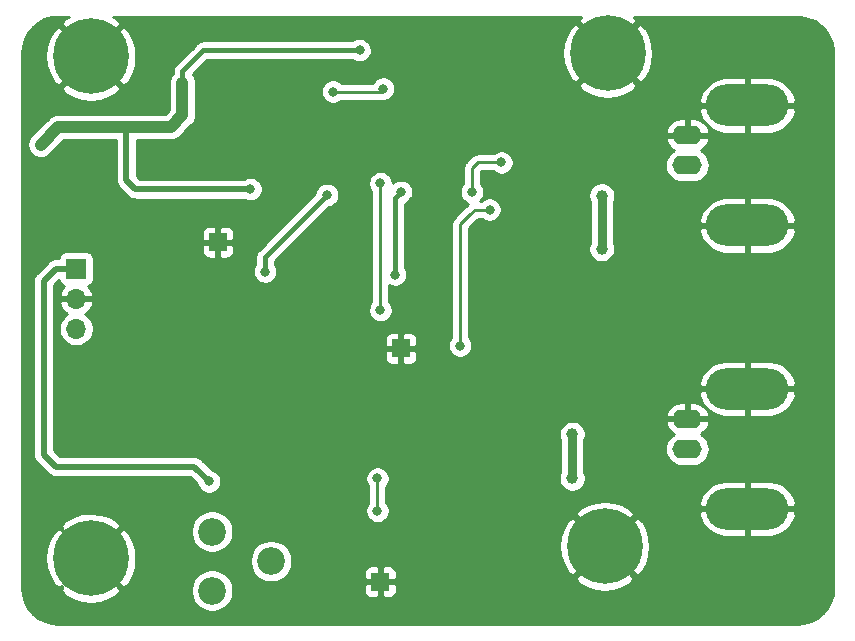
<source format=gbr>
%TF.GenerationSoftware,KiCad,Pcbnew,(5.1.9)-1*%
%TF.CreationDate,2021-05-17T20:36:20+02:00*%
%TF.ProjectId,TIMP_Bowes-Grebene,54494d50-5f42-46f7-9765-732d47726562,rev?*%
%TF.SameCoordinates,Original*%
%TF.FileFunction,Copper,L2,Bot*%
%TF.FilePolarity,Positive*%
%FSLAX46Y46*%
G04 Gerber Fmt 4.6, Leading zero omitted, Abs format (unit mm)*
G04 Created by KiCad (PCBNEW (5.1.9)-1) date 2021-05-17 20:36:20*
%MOMM*%
%LPD*%
G01*
G04 APERTURE LIST*
%TA.AperFunction,ComponentPad*%
%ADD10R,1.500000X1.500000*%
%TD*%
%TA.AperFunction,ComponentPad*%
%ADD11C,6.400000*%
%TD*%
%TA.AperFunction,ComponentPad*%
%ADD12C,0.800000*%
%TD*%
%TA.AperFunction,ComponentPad*%
%ADD13O,2.500000X1.600000*%
%TD*%
%TA.AperFunction,ComponentPad*%
%ADD14O,7.000000X3.500000*%
%TD*%
%TA.AperFunction,ComponentPad*%
%ADD15R,1.700000X1.700000*%
%TD*%
%TA.AperFunction,ComponentPad*%
%ADD16O,1.700000X1.700000*%
%TD*%
%TA.AperFunction,ComponentPad*%
%ADD17C,2.340000*%
%TD*%
%TA.AperFunction,ViaPad*%
%ADD18C,0.800000*%
%TD*%
%TA.AperFunction,ViaPad*%
%ADD19C,1.000000*%
%TD*%
%TA.AperFunction,Conductor*%
%ADD20C,0.762000*%
%TD*%
%TA.AperFunction,Conductor*%
%ADD21C,0.508000*%
%TD*%
%TA.AperFunction,Conductor*%
%ADD22C,1.000000*%
%TD*%
%TA.AperFunction,Conductor*%
%ADD23C,0.381000*%
%TD*%
%TA.AperFunction,Conductor*%
%ADD24C,0.250000*%
%TD*%
%TA.AperFunction,Conductor*%
%ADD25C,0.254000*%
%TD*%
%TA.AperFunction,Conductor*%
%ADD26C,0.100000*%
%TD*%
G04 APERTURE END LIST*
D10*
%TO.P,REF\u002A\u002A,1*%
%TO.N,GND*%
X115750000Y-119500000D03*
%TD*%
%TO.P,REF\u002A\u002A,1*%
%TO.N,GND*%
X102000000Y-90750000D03*
%TD*%
%TO.P,REF\u002A\u002A,1*%
%TO.N,GND*%
X117500000Y-99750000D03*
%TD*%
D11*
%TO.P,H1,1*%
%TO.N,GND*%
X135000000Y-74750000D03*
D12*
X137400000Y-74750000D03*
X136697056Y-76447056D03*
X135000000Y-77150000D03*
X133302944Y-76447056D03*
X132600000Y-74750000D03*
X133302944Y-73052944D03*
X135000000Y-72350000D03*
X136697056Y-73052944D03*
%TD*%
%TO.P,H2,1*%
%TO.N,GND*%
X92947056Y-73302944D03*
X91250000Y-72600000D03*
X89552944Y-73302944D03*
X88850000Y-75000000D03*
X89552944Y-76697056D03*
X91250000Y-77400000D03*
X92947056Y-76697056D03*
X93650000Y-75000000D03*
D11*
X91250000Y-75000000D03*
%TD*%
%TO.P,H3,1*%
%TO.N,GND*%
X134750000Y-116500000D03*
D12*
X137150000Y-116500000D03*
X136447056Y-118197056D03*
X134750000Y-118900000D03*
X133052944Y-118197056D03*
X132350000Y-116500000D03*
X133052944Y-114802944D03*
X134750000Y-114100000D03*
X136447056Y-114802944D03*
%TD*%
%TO.P,H4,1*%
%TO.N,GND*%
X92697056Y-115802944D03*
X91000000Y-115100000D03*
X89302944Y-115802944D03*
X88600000Y-117500000D03*
X89302944Y-119197056D03*
X91000000Y-119900000D03*
X92697056Y-119197056D03*
X93400000Y-117500000D03*
D11*
X91250000Y-117500000D03*
%TD*%
D13*
%TO.P,J1,2*%
%TO.N,GND*%
X141750000Y-105710000D03*
%TO.P,J1,1*%
%TO.N,Net-(C5-Pad1)*%
X141750000Y-108250000D03*
D14*
%TO.P,J1,2*%
%TO.N,GND*%
X146830000Y-113330000D03*
X146830000Y-103170000D03*
%TD*%
%TO.P,J2,2*%
%TO.N,GND*%
X146830000Y-79170000D03*
X146830000Y-89330000D03*
D13*
%TO.P,J2,1*%
%TO.N,Net-(C6-Pad1)*%
X141750000Y-84250000D03*
%TO.P,J2,2*%
%TO.N,GND*%
X141750000Y-81710000D03*
%TD*%
D15*
%TO.P,J3,1*%
%TO.N,+12V*%
X90000000Y-93000000D03*
D16*
%TO.P,J3,2*%
%TO.N,GND*%
X90000000Y-95540000D03*
%TO.P,J3,3*%
%TO.N,-12V*%
X90000000Y-98080000D03*
%TD*%
D17*
%TO.P,RV1,3*%
%TO.N,Net-(C28-Pad1)*%
X101500000Y-120250000D03*
%TO.P,RV1,2*%
%TO.N,Net-(R28-Pad2)*%
X106500000Y-117750000D03*
%TO.P,RV1,1*%
%TO.N,+12V*%
X101500000Y-115250000D03*
%TD*%
D18*
%TO.N,-12V*%
X114000000Y-74500000D03*
D19*
X132000000Y-110750000D03*
X132000000Y-107000000D03*
D18*
X104750000Y-86250000D03*
D19*
X87000000Y-82500000D03*
X99000000Y-77250000D03*
D18*
X123500000Y-86500000D03*
X126000000Y-84000000D03*
D19*
X134500000Y-91300002D03*
X134500005Y-86800001D03*
D18*
%TO.N,/TRI+*%
X106000000Y-93250000D03*
X111250000Y-86750000D03*
%TO.N,GND*%
X112750000Y-110500000D03*
X110500000Y-92250000D03*
X103500000Y-99500000D03*
X107250000Y-110500000D03*
X122750000Y-112750000D03*
X118500000Y-87250000D03*
X126750000Y-77500000D03*
X99750000Y-74250000D03*
X127250000Y-88500000D03*
X96000000Y-82500000D03*
X98000000Y-82500000D03*
X121750000Y-102250000D03*
X133250000Y-101000000D03*
X94000000Y-105000000D03*
%TO.N,+12V*%
X101250000Y-111000000D03*
%TO.N,/TRI-*%
X117000000Y-93500000D03*
X117500000Y-86500000D03*
%TO.N,Net-(C10-Pad1)*%
X125000000Y-88000000D03*
X122500000Y-99500000D03*
%TO.N,Net-(D2-Pad2)*%
X111750000Y-78000000D03*
X116000000Y-77750000D03*
%TO.N,Net-(R28-Pad2)*%
X115750000Y-85750000D03*
X115500000Y-113500000D03*
X115500000Y-110750000D03*
X115750000Y-96500000D03*
%TD*%
D20*
%TO.N,-12V*%
X132000000Y-110750000D02*
X132000000Y-107000000D01*
D21*
X104750000Y-86250000D02*
X95000000Y-86250000D01*
X94250000Y-85500000D02*
X94250000Y-81000000D01*
X95000000Y-86250000D02*
X94250000Y-85500000D01*
D22*
X87000000Y-82500000D02*
X88500000Y-81000000D01*
X88500000Y-81000000D02*
X94250000Y-81000000D01*
X94250000Y-81000000D02*
X98000000Y-81000000D01*
X98000000Y-81000000D02*
X99000000Y-80000000D01*
X99000000Y-80000000D02*
X99000000Y-77250000D01*
D23*
X99000000Y-76250000D02*
X99000000Y-77250000D01*
X100750000Y-74500000D02*
X99000000Y-76250000D01*
X114000000Y-74500000D02*
X100750000Y-74500000D01*
D24*
X123500000Y-86500000D02*
X123500000Y-84500000D01*
X124000000Y-84000000D02*
X126000000Y-84000000D01*
X123500000Y-84500000D02*
X124000000Y-84000000D01*
D20*
X134500000Y-91300002D02*
X134500000Y-86800006D01*
X134500000Y-86800006D02*
X134500005Y-86800001D01*
D23*
%TO.N,/TRI+*%
X106000000Y-92000000D02*
X106000000Y-93250000D01*
X111250000Y-86750000D02*
X106000000Y-92000000D01*
D21*
%TO.N,+12V*%
X88250000Y-93000000D02*
X90000000Y-93000000D01*
X87250000Y-94000000D02*
X88250000Y-93000000D01*
X87250000Y-108250000D02*
X87250000Y-108750000D01*
X87250000Y-108250000D02*
X87250000Y-94000000D01*
X87250000Y-108750000D02*
X88250000Y-109750000D01*
X100000000Y-109750000D02*
X101250000Y-111000000D01*
X88250000Y-109750000D02*
X100000000Y-109750000D01*
D23*
%TO.N,/TRI-*%
X117000000Y-87000000D02*
X117500000Y-86500000D01*
X117000000Y-93500000D02*
X117000000Y-87000000D01*
D24*
%TO.N,Net-(C10-Pad1)*%
X123750000Y-88000000D02*
X123375000Y-88375000D01*
X125000000Y-88000000D02*
X123750000Y-88000000D01*
D25*
X123375000Y-88375000D02*
X122500000Y-89250000D01*
X123500000Y-88250000D02*
X123375000Y-88375000D01*
X122500000Y-89250000D02*
X122500000Y-99500000D01*
%TO.N,Net-(D2-Pad2)*%
X115750000Y-78000000D02*
X116000000Y-77750000D01*
X111750000Y-78000000D02*
X115750000Y-78000000D01*
%TO.N,Net-(R28-Pad2)*%
X115500000Y-113500000D02*
X115500000Y-110750000D01*
X115750000Y-96500000D02*
X115750000Y-85750000D01*
%TD*%
%TO.N,GND*%
X88707779Y-71659036D02*
X88717580Y-71660001D01*
X89361924Y-71660001D01*
X89129330Y-71782445D01*
X89088912Y-71809452D01*
X88728724Y-72299119D01*
X91250000Y-74820395D01*
X93771276Y-72299119D01*
X93411088Y-71809452D01*
X93135677Y-71660001D01*
X132764950Y-71660001D01*
X132478724Y-72049119D01*
X135000000Y-74570395D01*
X137521276Y-72049119D01*
X137235050Y-71660001D01*
X150739726Y-71660001D01*
X151397885Y-71680523D01*
X151986510Y-71816265D01*
X152537555Y-72063752D01*
X153030030Y-72413553D01*
X153445187Y-72852354D01*
X153767209Y-73363436D01*
X153983825Y-73927326D01*
X154088360Y-74531635D01*
X154089062Y-74732902D01*
X154050247Y-74860945D01*
X154039993Y-74965254D01*
X154048330Y-120035007D01*
X154058622Y-120139312D01*
X154075913Y-120196275D01*
X154036212Y-120601183D01*
X153861617Y-121179471D01*
X153578025Y-121712831D01*
X153196235Y-122180953D01*
X152730790Y-122566002D01*
X152199423Y-122853311D01*
X151622365Y-123031941D01*
X151001465Y-123097200D01*
X150792172Y-123090963D01*
X150782332Y-123089995D01*
X88532242Y-123098319D01*
X87898817Y-123036212D01*
X87320529Y-122861617D01*
X86787169Y-122578025D01*
X86319047Y-122196235D01*
X85933998Y-121730790D01*
X85646689Y-121199423D01*
X85468059Y-120622365D01*
X85402800Y-120001465D01*
X85409038Y-119792146D01*
X85410006Y-119782298D01*
X85409580Y-117475695D01*
X87396520Y-117475695D01*
X87465822Y-118227938D01*
X87680548Y-118952208D01*
X88032445Y-119620670D01*
X88059452Y-119661088D01*
X88549119Y-120021276D01*
X88603180Y-119967216D01*
X88657786Y-120021822D01*
X88776108Y-119903500D01*
X88798963Y-120106792D01*
X88815619Y-120113986D01*
X88728724Y-120200881D01*
X89088912Y-120690548D01*
X89752882Y-121050849D01*
X90474385Y-121274694D01*
X91225695Y-121353480D01*
X91977938Y-121284178D01*
X92702208Y-121069452D01*
X93370670Y-120717555D01*
X93411088Y-120690548D01*
X93771276Y-120200881D01*
X93642618Y-120072223D01*
X99695000Y-120072223D01*
X99695000Y-120427777D01*
X99764365Y-120776499D01*
X99900429Y-121104988D01*
X100097965Y-121400621D01*
X100349379Y-121652035D01*
X100645012Y-121849571D01*
X100973501Y-121985635D01*
X101322223Y-122055000D01*
X101677777Y-122055000D01*
X102026499Y-121985635D01*
X102354988Y-121849571D01*
X102650621Y-121652035D01*
X102902035Y-121400621D01*
X103099571Y-121104988D01*
X103235635Y-120776499D01*
X103305000Y-120427777D01*
X103305000Y-120250000D01*
X114361928Y-120250000D01*
X114374188Y-120374482D01*
X114410498Y-120494180D01*
X114469463Y-120604494D01*
X114548815Y-120701185D01*
X114645506Y-120780537D01*
X114755820Y-120839502D01*
X114875518Y-120875812D01*
X115000000Y-120888072D01*
X115464250Y-120885000D01*
X115623000Y-120726250D01*
X115623000Y-119627000D01*
X115877000Y-119627000D01*
X115877000Y-120726250D01*
X116035750Y-120885000D01*
X116500000Y-120888072D01*
X116624482Y-120875812D01*
X116744180Y-120839502D01*
X116854494Y-120780537D01*
X116951185Y-120701185D01*
X117030537Y-120604494D01*
X117089502Y-120494180D01*
X117125812Y-120374482D01*
X117138072Y-120250000D01*
X117135000Y-119785750D01*
X116976250Y-119627000D01*
X115877000Y-119627000D01*
X115623000Y-119627000D01*
X114523750Y-119627000D01*
X114365000Y-119785750D01*
X114361928Y-120250000D01*
X103305000Y-120250000D01*
X103305000Y-120072223D01*
X103235635Y-119723501D01*
X103099571Y-119395012D01*
X102902035Y-119099379D01*
X102650621Y-118847965D01*
X102354988Y-118650429D01*
X102026499Y-118514365D01*
X101677777Y-118445000D01*
X101322223Y-118445000D01*
X100973501Y-118514365D01*
X100645012Y-118650429D01*
X100349379Y-118847965D01*
X100097965Y-119099379D01*
X99900429Y-119395012D01*
X99764365Y-119723501D01*
X99695000Y-120072223D01*
X93642618Y-120072223D01*
X93467216Y-119896821D01*
X93521822Y-119842214D01*
X93403500Y-119723892D01*
X93606792Y-119701037D01*
X93613986Y-119684381D01*
X93950881Y-120021276D01*
X94440548Y-119661088D01*
X94800849Y-118997118D01*
X95024694Y-118275615D01*
X95098455Y-117572223D01*
X104695000Y-117572223D01*
X104695000Y-117927777D01*
X104764365Y-118276499D01*
X104900429Y-118604988D01*
X105097965Y-118900621D01*
X105349379Y-119152035D01*
X105645012Y-119349571D01*
X105973501Y-119485635D01*
X106322223Y-119555000D01*
X106677777Y-119555000D01*
X107026499Y-119485635D01*
X107354988Y-119349571D01*
X107650621Y-119152035D01*
X107902035Y-118900621D01*
X108002676Y-118750000D01*
X114361928Y-118750000D01*
X114365000Y-119214250D01*
X114523750Y-119373000D01*
X115623000Y-119373000D01*
X115623000Y-118273750D01*
X115877000Y-118273750D01*
X115877000Y-119373000D01*
X116976250Y-119373000D01*
X117135000Y-119214250D01*
X117135088Y-119200881D01*
X132228724Y-119200881D01*
X132588912Y-119690548D01*
X133252882Y-120050849D01*
X133974385Y-120274694D01*
X134725695Y-120353480D01*
X135477938Y-120284178D01*
X136202208Y-120069452D01*
X136870670Y-119717555D01*
X136911088Y-119690548D01*
X137271276Y-119200881D01*
X134750000Y-116679605D01*
X132228724Y-119200881D01*
X117135088Y-119200881D01*
X117138072Y-118750000D01*
X117125812Y-118625518D01*
X117089502Y-118505820D01*
X117030537Y-118395506D01*
X116951185Y-118298815D01*
X116854494Y-118219463D01*
X116744180Y-118160498D01*
X116624482Y-118124188D01*
X116500000Y-118111928D01*
X116035750Y-118115000D01*
X115877000Y-118273750D01*
X115623000Y-118273750D01*
X115464250Y-118115000D01*
X115000000Y-118111928D01*
X114875518Y-118124188D01*
X114755820Y-118160498D01*
X114645506Y-118219463D01*
X114548815Y-118298815D01*
X114469463Y-118395506D01*
X114410498Y-118505820D01*
X114374188Y-118625518D01*
X114361928Y-118750000D01*
X108002676Y-118750000D01*
X108099571Y-118604988D01*
X108235635Y-118276499D01*
X108305000Y-117927777D01*
X108305000Y-117572223D01*
X108235635Y-117223501D01*
X108099571Y-116895012D01*
X107902035Y-116599379D01*
X107778351Y-116475695D01*
X130896520Y-116475695D01*
X130965822Y-117227938D01*
X131180548Y-117952208D01*
X131532445Y-118620670D01*
X131559452Y-118661088D01*
X132049119Y-119021276D01*
X134570395Y-116500000D01*
X134929605Y-116500000D01*
X137450881Y-119021276D01*
X137940548Y-118661088D01*
X138300849Y-117997118D01*
X138524694Y-117275615D01*
X138603480Y-116524305D01*
X138534178Y-115772062D01*
X138319452Y-115047792D01*
X137967555Y-114379330D01*
X137940548Y-114338912D01*
X137450881Y-113978724D01*
X134929605Y-116500000D01*
X134570395Y-116500000D01*
X132049119Y-113978724D01*
X131559452Y-114338912D01*
X131199151Y-115002882D01*
X130975306Y-115724385D01*
X130896520Y-116475695D01*
X107778351Y-116475695D01*
X107650621Y-116347965D01*
X107354988Y-116150429D01*
X107026499Y-116014365D01*
X106677777Y-115945000D01*
X106322223Y-115945000D01*
X105973501Y-116014365D01*
X105645012Y-116150429D01*
X105349379Y-116347965D01*
X105097965Y-116599379D01*
X104900429Y-116895012D01*
X104764365Y-117223501D01*
X104695000Y-117572223D01*
X95098455Y-117572223D01*
X95103480Y-117524305D01*
X95034178Y-116772062D01*
X94819452Y-116047792D01*
X94467555Y-115379330D01*
X94440548Y-115338912D01*
X94077991Y-115072223D01*
X99695000Y-115072223D01*
X99695000Y-115427777D01*
X99764365Y-115776499D01*
X99900429Y-116104988D01*
X100097965Y-116400621D01*
X100349379Y-116652035D01*
X100645012Y-116849571D01*
X100973501Y-116985635D01*
X101322223Y-117055000D01*
X101677777Y-117055000D01*
X102026499Y-116985635D01*
X102354988Y-116849571D01*
X102650621Y-116652035D01*
X102902035Y-116400621D01*
X103099571Y-116104988D01*
X103235635Y-115776499D01*
X103305000Y-115427777D01*
X103305000Y-115072223D01*
X103235635Y-114723501D01*
X103099571Y-114395012D01*
X102902035Y-114099379D01*
X102650621Y-113847965D01*
X102354988Y-113650429D01*
X102026499Y-113514365D01*
X101677777Y-113445000D01*
X101322223Y-113445000D01*
X100973501Y-113514365D01*
X100645012Y-113650429D01*
X100349379Y-113847965D01*
X100097965Y-114099379D01*
X99900429Y-114395012D01*
X99764365Y-114723501D01*
X99695000Y-115072223D01*
X94077991Y-115072223D01*
X93950881Y-114978724D01*
X93615099Y-115314506D01*
X93606792Y-115298963D01*
X93403500Y-115276108D01*
X93521822Y-115157786D01*
X93467216Y-115103180D01*
X93771276Y-114799119D01*
X93411088Y-114309452D01*
X92747118Y-113949151D01*
X92025615Y-113725306D01*
X91274305Y-113646520D01*
X90522062Y-113715822D01*
X89797792Y-113930548D01*
X89129330Y-114282445D01*
X89088912Y-114309452D01*
X88728724Y-114799119D01*
X88814506Y-114884901D01*
X88798963Y-114893208D01*
X88776108Y-115096500D01*
X88657786Y-114978178D01*
X88603180Y-115032785D01*
X88549119Y-114978724D01*
X88059452Y-115338912D01*
X87699151Y-116002882D01*
X87475306Y-116724385D01*
X87396520Y-117475695D01*
X85409580Y-117475695D01*
X85405238Y-94000000D01*
X86356700Y-94000000D01*
X86361001Y-94043670D01*
X86361000Y-108206333D01*
X86361000Y-108706340D01*
X86356700Y-108750000D01*
X86361000Y-108793660D01*
X86361000Y-108793667D01*
X86373864Y-108924274D01*
X86424697Y-109091851D01*
X86507248Y-109246291D01*
X86618342Y-109381659D01*
X86652259Y-109409494D01*
X87590504Y-110347740D01*
X87618341Y-110381659D01*
X87753709Y-110492753D01*
X87908149Y-110575303D01*
X88024892Y-110610716D01*
X88075725Y-110626136D01*
X88250000Y-110643301D01*
X88293668Y-110639000D01*
X99631765Y-110639000D01*
X100244870Y-111252105D01*
X100254774Y-111301898D01*
X100332795Y-111490256D01*
X100446063Y-111659774D01*
X100590226Y-111803937D01*
X100759744Y-111917205D01*
X100948102Y-111995226D01*
X101148061Y-112035000D01*
X101351939Y-112035000D01*
X101551898Y-111995226D01*
X101740256Y-111917205D01*
X101909774Y-111803937D01*
X102053937Y-111659774D01*
X102167205Y-111490256D01*
X102245226Y-111301898D01*
X102285000Y-111101939D01*
X102285000Y-110898061D01*
X102245226Y-110698102D01*
X102224499Y-110648061D01*
X114465000Y-110648061D01*
X114465000Y-110851939D01*
X114504774Y-111051898D01*
X114582795Y-111240256D01*
X114696063Y-111409774D01*
X114738001Y-111451712D01*
X114738000Y-112798289D01*
X114696063Y-112840226D01*
X114582795Y-113009744D01*
X114504774Y-113198102D01*
X114465000Y-113398061D01*
X114465000Y-113601939D01*
X114504774Y-113801898D01*
X114582795Y-113990256D01*
X114696063Y-114159774D01*
X114840226Y-114303937D01*
X115009744Y-114417205D01*
X115198102Y-114495226D01*
X115398061Y-114535000D01*
X115601939Y-114535000D01*
X115801898Y-114495226D01*
X115990256Y-114417205D01*
X116159774Y-114303937D01*
X116303937Y-114159774D01*
X116417205Y-113990256D01*
X116495226Y-113801898D01*
X116495778Y-113799119D01*
X132228724Y-113799119D01*
X134750000Y-116320395D01*
X137242392Y-113828003D01*
X142747573Y-113828003D01*
X142827947Y-114125368D01*
X143026388Y-114549439D01*
X143303748Y-114926648D01*
X143649369Y-115242498D01*
X144049968Y-115484852D01*
X144490150Y-115644396D01*
X144953000Y-115715000D01*
X146703000Y-115715000D01*
X146703000Y-113457000D01*
X146957000Y-113457000D01*
X146957000Y-115715000D01*
X148707000Y-115715000D01*
X149169850Y-115644396D01*
X149610032Y-115484852D01*
X150010631Y-115242498D01*
X150356252Y-114926648D01*
X150633612Y-114549439D01*
X150832053Y-114125368D01*
X150912427Y-113828003D01*
X150802625Y-113457000D01*
X146957000Y-113457000D01*
X146703000Y-113457000D01*
X142857375Y-113457000D01*
X142747573Y-113828003D01*
X137242392Y-113828003D01*
X137271276Y-113799119D01*
X136911088Y-113309452D01*
X136247118Y-112949151D01*
X135869505Y-112831997D01*
X142747573Y-112831997D01*
X142857375Y-113203000D01*
X146703000Y-113203000D01*
X146703000Y-110945000D01*
X146957000Y-110945000D01*
X146957000Y-113203000D01*
X150802625Y-113203000D01*
X150912427Y-112831997D01*
X150832053Y-112534632D01*
X150633612Y-112110561D01*
X150356252Y-111733352D01*
X150010631Y-111417502D01*
X149610032Y-111175148D01*
X149169850Y-111015604D01*
X148707000Y-110945000D01*
X146957000Y-110945000D01*
X146703000Y-110945000D01*
X144953000Y-110945000D01*
X144490150Y-111015604D01*
X144049968Y-111175148D01*
X143649369Y-111417502D01*
X143303748Y-111733352D01*
X143026388Y-112110561D01*
X142827947Y-112534632D01*
X142747573Y-112831997D01*
X135869505Y-112831997D01*
X135525615Y-112725306D01*
X134774305Y-112646520D01*
X134022062Y-112715822D01*
X133297792Y-112930548D01*
X132629330Y-113282445D01*
X132588912Y-113309452D01*
X132228724Y-113799119D01*
X116495778Y-113799119D01*
X116535000Y-113601939D01*
X116535000Y-113398061D01*
X116495226Y-113198102D01*
X116417205Y-113009744D01*
X116303937Y-112840226D01*
X116262000Y-112798289D01*
X116262000Y-111451711D01*
X116303937Y-111409774D01*
X116417205Y-111240256D01*
X116495226Y-111051898D01*
X116535000Y-110851939D01*
X116535000Y-110648061D01*
X116495226Y-110448102D01*
X116417205Y-110259744D01*
X116303937Y-110090226D01*
X116159774Y-109946063D01*
X115990256Y-109832795D01*
X115801898Y-109754774D01*
X115601939Y-109715000D01*
X115398061Y-109715000D01*
X115198102Y-109754774D01*
X115009744Y-109832795D01*
X114840226Y-109946063D01*
X114696063Y-110090226D01*
X114582795Y-110259744D01*
X114504774Y-110448102D01*
X114465000Y-110648061D01*
X102224499Y-110648061D01*
X102167205Y-110509744D01*
X102053937Y-110340226D01*
X101909774Y-110196063D01*
X101740256Y-110082795D01*
X101551898Y-110004774D01*
X101502105Y-109994870D01*
X100659499Y-109152264D01*
X100631659Y-109118341D01*
X100496291Y-109007247D01*
X100341851Y-108924697D01*
X100174274Y-108873864D01*
X100043667Y-108861000D01*
X100043660Y-108861000D01*
X100000000Y-108856700D01*
X99956340Y-108861000D01*
X88618236Y-108861000D01*
X88139000Y-108381765D01*
X88139000Y-106888212D01*
X130865000Y-106888212D01*
X130865000Y-107111788D01*
X130908617Y-107331067D01*
X130984001Y-107513059D01*
X130984000Y-110236943D01*
X130908617Y-110418933D01*
X130865000Y-110638212D01*
X130865000Y-110861788D01*
X130908617Y-111081067D01*
X130994176Y-111287624D01*
X131118388Y-111473520D01*
X131276480Y-111631612D01*
X131462376Y-111755824D01*
X131668933Y-111841383D01*
X131888212Y-111885000D01*
X132111788Y-111885000D01*
X132331067Y-111841383D01*
X132537624Y-111755824D01*
X132723520Y-111631612D01*
X132881612Y-111473520D01*
X133005824Y-111287624D01*
X133091383Y-111081067D01*
X133135000Y-110861788D01*
X133135000Y-110638212D01*
X133091383Y-110418933D01*
X133016000Y-110236943D01*
X133016000Y-108250000D01*
X139858057Y-108250000D01*
X139885764Y-108531309D01*
X139967818Y-108801808D01*
X140101068Y-109051101D01*
X140280392Y-109269608D01*
X140498899Y-109448932D01*
X140748192Y-109582182D01*
X141018691Y-109664236D01*
X141229508Y-109685000D01*
X142270492Y-109685000D01*
X142481309Y-109664236D01*
X142751808Y-109582182D01*
X143001101Y-109448932D01*
X143219608Y-109269608D01*
X143398932Y-109051101D01*
X143532182Y-108801808D01*
X143614236Y-108531309D01*
X143641943Y-108250000D01*
X143614236Y-107968691D01*
X143532182Y-107698192D01*
X143398932Y-107448899D01*
X143219608Y-107230392D01*
X143001101Y-107051068D01*
X142873259Y-106982735D01*
X143102839Y-106832601D01*
X143304500Y-106634895D01*
X143463715Y-106401646D01*
X143574367Y-106141818D01*
X143591904Y-106059039D01*
X143469915Y-105837000D01*
X141877000Y-105837000D01*
X141877000Y-105857000D01*
X141623000Y-105857000D01*
X141623000Y-105837000D01*
X140030085Y-105837000D01*
X139908096Y-106059039D01*
X139925633Y-106141818D01*
X140036285Y-106401646D01*
X140195500Y-106634895D01*
X140397161Y-106832601D01*
X140626741Y-106982735D01*
X140498899Y-107051068D01*
X140280392Y-107230392D01*
X140101068Y-107448899D01*
X139967818Y-107698192D01*
X139885764Y-107968691D01*
X139858057Y-108250000D01*
X133016000Y-108250000D01*
X133016000Y-107513057D01*
X133091383Y-107331067D01*
X133135000Y-107111788D01*
X133135000Y-106888212D01*
X133091383Y-106668933D01*
X133005824Y-106462376D01*
X132881612Y-106276480D01*
X132723520Y-106118388D01*
X132537624Y-105994176D01*
X132331067Y-105908617D01*
X132111788Y-105865000D01*
X131888212Y-105865000D01*
X131668933Y-105908617D01*
X131462376Y-105994176D01*
X131276480Y-106118388D01*
X131118388Y-106276480D01*
X130994176Y-106462376D01*
X130908617Y-106668933D01*
X130865000Y-106888212D01*
X88139000Y-106888212D01*
X88139000Y-105360961D01*
X139908096Y-105360961D01*
X140030085Y-105583000D01*
X141623000Y-105583000D01*
X141623000Y-104275000D01*
X141877000Y-104275000D01*
X141877000Y-105583000D01*
X143469915Y-105583000D01*
X143591904Y-105360961D01*
X143574367Y-105278182D01*
X143463715Y-105018354D01*
X143304500Y-104785105D01*
X143102839Y-104587399D01*
X142866483Y-104432834D01*
X142604514Y-104327350D01*
X142327000Y-104275000D01*
X141877000Y-104275000D01*
X141623000Y-104275000D01*
X141173000Y-104275000D01*
X140895486Y-104327350D01*
X140633517Y-104432834D01*
X140397161Y-104587399D01*
X140195500Y-104785105D01*
X140036285Y-105018354D01*
X139925633Y-105278182D01*
X139908096Y-105360961D01*
X88139000Y-105360961D01*
X88139000Y-103668003D01*
X142747573Y-103668003D01*
X142827947Y-103965368D01*
X143026388Y-104389439D01*
X143303748Y-104766648D01*
X143649369Y-105082498D01*
X144049968Y-105324852D01*
X144490150Y-105484396D01*
X144953000Y-105555000D01*
X146703000Y-105555000D01*
X146703000Y-103297000D01*
X146957000Y-103297000D01*
X146957000Y-105555000D01*
X148707000Y-105555000D01*
X149169850Y-105484396D01*
X149610032Y-105324852D01*
X150010631Y-105082498D01*
X150356252Y-104766648D01*
X150633612Y-104389439D01*
X150832053Y-103965368D01*
X150912427Y-103668003D01*
X150802625Y-103297000D01*
X146957000Y-103297000D01*
X146703000Y-103297000D01*
X142857375Y-103297000D01*
X142747573Y-103668003D01*
X88139000Y-103668003D01*
X88139000Y-102671997D01*
X142747573Y-102671997D01*
X142857375Y-103043000D01*
X146703000Y-103043000D01*
X146703000Y-100785000D01*
X146957000Y-100785000D01*
X146957000Y-103043000D01*
X150802625Y-103043000D01*
X150912427Y-102671997D01*
X150832053Y-102374632D01*
X150633612Y-101950561D01*
X150356252Y-101573352D01*
X150010631Y-101257502D01*
X149610032Y-101015148D01*
X149169850Y-100855604D01*
X148707000Y-100785000D01*
X146957000Y-100785000D01*
X146703000Y-100785000D01*
X144953000Y-100785000D01*
X144490150Y-100855604D01*
X144049968Y-101015148D01*
X143649369Y-101257502D01*
X143303748Y-101573352D01*
X143026388Y-101950561D01*
X142827947Y-102374632D01*
X142747573Y-102671997D01*
X88139000Y-102671997D01*
X88139000Y-100500000D01*
X116111928Y-100500000D01*
X116124188Y-100624482D01*
X116160498Y-100744180D01*
X116219463Y-100854494D01*
X116298815Y-100951185D01*
X116395506Y-101030537D01*
X116505820Y-101089502D01*
X116625518Y-101125812D01*
X116750000Y-101138072D01*
X117214250Y-101135000D01*
X117373000Y-100976250D01*
X117373000Y-99877000D01*
X117627000Y-99877000D01*
X117627000Y-100976250D01*
X117785750Y-101135000D01*
X118250000Y-101138072D01*
X118374482Y-101125812D01*
X118494180Y-101089502D01*
X118604494Y-101030537D01*
X118701185Y-100951185D01*
X118780537Y-100854494D01*
X118839502Y-100744180D01*
X118875812Y-100624482D01*
X118888072Y-100500000D01*
X118885000Y-100035750D01*
X118726250Y-99877000D01*
X117627000Y-99877000D01*
X117373000Y-99877000D01*
X116273750Y-99877000D01*
X116115000Y-100035750D01*
X116111928Y-100500000D01*
X88139000Y-100500000D01*
X88139000Y-97933740D01*
X88515000Y-97933740D01*
X88515000Y-98226260D01*
X88572068Y-98513158D01*
X88684010Y-98783411D01*
X88846525Y-99026632D01*
X89053368Y-99233475D01*
X89296589Y-99395990D01*
X89566842Y-99507932D01*
X89853740Y-99565000D01*
X90146260Y-99565000D01*
X90433158Y-99507932D01*
X90703411Y-99395990D01*
X90946632Y-99233475D01*
X91153475Y-99026632D01*
X91171269Y-99000000D01*
X116111928Y-99000000D01*
X116115000Y-99464250D01*
X116273750Y-99623000D01*
X117373000Y-99623000D01*
X117373000Y-98523750D01*
X117627000Y-98523750D01*
X117627000Y-99623000D01*
X118726250Y-99623000D01*
X118885000Y-99464250D01*
X118885437Y-99398061D01*
X121465000Y-99398061D01*
X121465000Y-99601939D01*
X121504774Y-99801898D01*
X121582795Y-99990256D01*
X121696063Y-100159774D01*
X121840226Y-100303937D01*
X122009744Y-100417205D01*
X122198102Y-100495226D01*
X122398061Y-100535000D01*
X122601939Y-100535000D01*
X122801898Y-100495226D01*
X122990256Y-100417205D01*
X123159774Y-100303937D01*
X123303937Y-100159774D01*
X123417205Y-99990256D01*
X123495226Y-99801898D01*
X123535000Y-99601939D01*
X123535000Y-99398061D01*
X123495226Y-99198102D01*
X123417205Y-99009744D01*
X123303937Y-98840226D01*
X123262000Y-98798289D01*
X123262000Y-91188214D01*
X133365000Y-91188214D01*
X133365000Y-91411790D01*
X133408617Y-91631069D01*
X133494176Y-91837626D01*
X133618388Y-92023522D01*
X133776480Y-92181614D01*
X133962376Y-92305826D01*
X134168933Y-92391385D01*
X134388212Y-92435002D01*
X134611788Y-92435002D01*
X134831067Y-92391385D01*
X135037624Y-92305826D01*
X135223520Y-92181614D01*
X135381612Y-92023522D01*
X135505824Y-91837626D01*
X135591383Y-91631069D01*
X135635000Y-91411790D01*
X135635000Y-91188214D01*
X135591383Y-90968935D01*
X135516000Y-90786945D01*
X135516000Y-89828003D01*
X142747573Y-89828003D01*
X142827947Y-90125368D01*
X143026388Y-90549439D01*
X143303748Y-90926648D01*
X143649369Y-91242498D01*
X144049968Y-91484852D01*
X144490150Y-91644396D01*
X144953000Y-91715000D01*
X146703000Y-91715000D01*
X146703000Y-89457000D01*
X146957000Y-89457000D01*
X146957000Y-91715000D01*
X148707000Y-91715000D01*
X149169850Y-91644396D01*
X149610032Y-91484852D01*
X150010631Y-91242498D01*
X150356252Y-90926648D01*
X150633612Y-90549439D01*
X150832053Y-90125368D01*
X150912427Y-89828003D01*
X150802625Y-89457000D01*
X146957000Y-89457000D01*
X146703000Y-89457000D01*
X142857375Y-89457000D01*
X142747573Y-89828003D01*
X135516000Y-89828003D01*
X135516000Y-88831997D01*
X142747573Y-88831997D01*
X142857375Y-89203000D01*
X146703000Y-89203000D01*
X146703000Y-86945000D01*
X146957000Y-86945000D01*
X146957000Y-89203000D01*
X150802625Y-89203000D01*
X150912427Y-88831997D01*
X150832053Y-88534632D01*
X150633612Y-88110561D01*
X150356252Y-87733352D01*
X150010631Y-87417502D01*
X149610032Y-87175148D01*
X149169850Y-87015604D01*
X148707000Y-86945000D01*
X146957000Y-86945000D01*
X146703000Y-86945000D01*
X144953000Y-86945000D01*
X144490150Y-87015604D01*
X144049968Y-87175148D01*
X143649369Y-87417502D01*
X143303748Y-87733352D01*
X143026388Y-88110561D01*
X142827947Y-88534632D01*
X142747573Y-88831997D01*
X135516000Y-88831997D01*
X135516000Y-87313070D01*
X135591388Y-87131068D01*
X135635005Y-86911789D01*
X135635005Y-86688213D01*
X135591388Y-86468934D01*
X135505829Y-86262377D01*
X135381617Y-86076481D01*
X135223525Y-85918389D01*
X135037629Y-85794177D01*
X134831072Y-85708618D01*
X134611793Y-85665001D01*
X134388217Y-85665001D01*
X134168938Y-85708618D01*
X133962381Y-85794177D01*
X133776485Y-85918389D01*
X133618393Y-86076481D01*
X133494181Y-86262377D01*
X133408622Y-86468934D01*
X133365005Y-86688213D01*
X133365005Y-86911789D01*
X133408622Y-87131068D01*
X133484001Y-87313048D01*
X133484000Y-90786945D01*
X133408617Y-90968935D01*
X133365000Y-91188214D01*
X123262000Y-91188214D01*
X123262000Y-89565630D01*
X123940279Y-88887352D01*
X123940285Y-88887345D01*
X124065279Y-88762350D01*
X124067208Y-88760000D01*
X124296289Y-88760000D01*
X124340226Y-88803937D01*
X124509744Y-88917205D01*
X124698102Y-88995226D01*
X124898061Y-89035000D01*
X125101939Y-89035000D01*
X125301898Y-88995226D01*
X125490256Y-88917205D01*
X125659774Y-88803937D01*
X125803937Y-88659774D01*
X125917205Y-88490256D01*
X125995226Y-88301898D01*
X126035000Y-88101939D01*
X126035000Y-87898061D01*
X125995226Y-87698102D01*
X125917205Y-87509744D01*
X125803937Y-87340226D01*
X125659774Y-87196063D01*
X125490256Y-87082795D01*
X125301898Y-87004774D01*
X125101939Y-86965000D01*
X124898061Y-86965000D01*
X124698102Y-87004774D01*
X124509744Y-87082795D01*
X124340226Y-87196063D01*
X124296289Y-87240000D01*
X124223711Y-87240000D01*
X124303937Y-87159774D01*
X124417205Y-86990256D01*
X124495226Y-86801898D01*
X124535000Y-86601939D01*
X124535000Y-86398061D01*
X124495226Y-86198102D01*
X124417205Y-86009744D01*
X124303937Y-85840226D01*
X124260000Y-85796289D01*
X124260000Y-84814801D01*
X124314801Y-84760000D01*
X125296289Y-84760000D01*
X125340226Y-84803937D01*
X125509744Y-84917205D01*
X125698102Y-84995226D01*
X125898061Y-85035000D01*
X126101939Y-85035000D01*
X126301898Y-84995226D01*
X126490256Y-84917205D01*
X126659774Y-84803937D01*
X126803937Y-84659774D01*
X126917205Y-84490256D01*
X126995226Y-84301898D01*
X127005549Y-84250000D01*
X139858057Y-84250000D01*
X139885764Y-84531309D01*
X139967818Y-84801808D01*
X140101068Y-85051101D01*
X140280392Y-85269608D01*
X140498899Y-85448932D01*
X140748192Y-85582182D01*
X141018691Y-85664236D01*
X141229508Y-85685000D01*
X142270492Y-85685000D01*
X142481309Y-85664236D01*
X142751808Y-85582182D01*
X143001101Y-85448932D01*
X143219608Y-85269608D01*
X143398932Y-85051101D01*
X143532182Y-84801808D01*
X143614236Y-84531309D01*
X143641943Y-84250000D01*
X143614236Y-83968691D01*
X143532182Y-83698192D01*
X143398932Y-83448899D01*
X143219608Y-83230392D01*
X143001101Y-83051068D01*
X142873259Y-82982735D01*
X143102839Y-82832601D01*
X143304500Y-82634895D01*
X143463715Y-82401646D01*
X143574367Y-82141818D01*
X143591904Y-82059039D01*
X143469915Y-81837000D01*
X141877000Y-81837000D01*
X141877000Y-81857000D01*
X141623000Y-81857000D01*
X141623000Y-81837000D01*
X140030085Y-81837000D01*
X139908096Y-82059039D01*
X139925633Y-82141818D01*
X140036285Y-82401646D01*
X140195500Y-82634895D01*
X140397161Y-82832601D01*
X140626741Y-82982735D01*
X140498899Y-83051068D01*
X140280392Y-83230392D01*
X140101068Y-83448899D01*
X139967818Y-83698192D01*
X139885764Y-83968691D01*
X139858057Y-84250000D01*
X127005549Y-84250000D01*
X127035000Y-84101939D01*
X127035000Y-83898061D01*
X126995226Y-83698102D01*
X126917205Y-83509744D01*
X126803937Y-83340226D01*
X126659774Y-83196063D01*
X126490256Y-83082795D01*
X126301898Y-83004774D01*
X126101939Y-82965000D01*
X125898061Y-82965000D01*
X125698102Y-83004774D01*
X125509744Y-83082795D01*
X125340226Y-83196063D01*
X125296289Y-83240000D01*
X124037325Y-83240000D01*
X124000000Y-83236324D01*
X123962675Y-83240000D01*
X123962667Y-83240000D01*
X123851014Y-83250997D01*
X123707753Y-83294454D01*
X123575724Y-83365026D01*
X123459999Y-83459999D01*
X123436196Y-83489003D01*
X122988998Y-83936201D01*
X122960000Y-83959999D01*
X122936202Y-83988997D01*
X122936201Y-83988998D01*
X122865026Y-84075724D01*
X122794454Y-84207754D01*
X122750998Y-84351015D01*
X122736324Y-84500000D01*
X122740001Y-84537332D01*
X122740000Y-85796289D01*
X122696063Y-85840226D01*
X122582795Y-86009744D01*
X122504774Y-86198102D01*
X122465000Y-86398061D01*
X122465000Y-86601939D01*
X122504774Y-86801898D01*
X122582795Y-86990256D01*
X122696063Y-87159774D01*
X122840226Y-87303937D01*
X123009744Y-87417205D01*
X123185283Y-87489916D01*
X123003422Y-87671777D01*
X122987650Y-87684721D01*
X122862655Y-87809715D01*
X122862648Y-87809721D01*
X121987653Y-88684716D01*
X121958578Y-88708578D01*
X121916378Y-88760000D01*
X121863355Y-88824608D01*
X121859406Y-88831997D01*
X121792598Y-88956986D01*
X121749026Y-89100623D01*
X121738943Y-89203000D01*
X121734314Y-89250000D01*
X121738000Y-89287423D01*
X121738001Y-98798288D01*
X121696063Y-98840226D01*
X121582795Y-99009744D01*
X121504774Y-99198102D01*
X121465000Y-99398061D01*
X118885437Y-99398061D01*
X118888072Y-99000000D01*
X118875812Y-98875518D01*
X118839502Y-98755820D01*
X118780537Y-98645506D01*
X118701185Y-98548815D01*
X118604494Y-98469463D01*
X118494180Y-98410498D01*
X118374482Y-98374188D01*
X118250000Y-98361928D01*
X117785750Y-98365000D01*
X117627000Y-98523750D01*
X117373000Y-98523750D01*
X117214250Y-98365000D01*
X116750000Y-98361928D01*
X116625518Y-98374188D01*
X116505820Y-98410498D01*
X116395506Y-98469463D01*
X116298815Y-98548815D01*
X116219463Y-98645506D01*
X116160498Y-98755820D01*
X116124188Y-98875518D01*
X116111928Y-99000000D01*
X91171269Y-99000000D01*
X91315990Y-98783411D01*
X91427932Y-98513158D01*
X91485000Y-98226260D01*
X91485000Y-97933740D01*
X91427932Y-97646842D01*
X91315990Y-97376589D01*
X91153475Y-97133368D01*
X90946632Y-96926525D01*
X90764466Y-96804805D01*
X90881355Y-96735178D01*
X91097588Y-96540269D01*
X91271641Y-96306920D01*
X91396825Y-96044099D01*
X91441476Y-95896890D01*
X91320155Y-95667000D01*
X90127000Y-95667000D01*
X90127000Y-95687000D01*
X89873000Y-95687000D01*
X89873000Y-95667000D01*
X88679845Y-95667000D01*
X88558524Y-95896890D01*
X88603175Y-96044099D01*
X88728359Y-96306920D01*
X88902412Y-96540269D01*
X89118645Y-96735178D01*
X89235534Y-96804805D01*
X89053368Y-96926525D01*
X88846525Y-97133368D01*
X88684010Y-97376589D01*
X88572068Y-97646842D01*
X88515000Y-97933740D01*
X88139000Y-97933740D01*
X88139000Y-94368235D01*
X88526182Y-93981054D01*
X88560498Y-94094180D01*
X88619463Y-94204494D01*
X88698815Y-94301185D01*
X88795506Y-94380537D01*
X88905820Y-94439502D01*
X88986466Y-94463966D01*
X88902412Y-94539731D01*
X88728359Y-94773080D01*
X88603175Y-95035901D01*
X88558524Y-95183110D01*
X88679845Y-95413000D01*
X89873000Y-95413000D01*
X89873000Y-95393000D01*
X90127000Y-95393000D01*
X90127000Y-95413000D01*
X91320155Y-95413000D01*
X91441476Y-95183110D01*
X91396825Y-95035901D01*
X91271641Y-94773080D01*
X91097588Y-94539731D01*
X91013534Y-94463966D01*
X91094180Y-94439502D01*
X91204494Y-94380537D01*
X91301185Y-94301185D01*
X91380537Y-94204494D01*
X91439502Y-94094180D01*
X91475812Y-93974482D01*
X91488072Y-93850000D01*
X91488072Y-93148061D01*
X104965000Y-93148061D01*
X104965000Y-93351939D01*
X105004774Y-93551898D01*
X105082795Y-93740256D01*
X105196063Y-93909774D01*
X105340226Y-94053937D01*
X105509744Y-94167205D01*
X105698102Y-94245226D01*
X105898061Y-94285000D01*
X106101939Y-94285000D01*
X106301898Y-94245226D01*
X106490256Y-94167205D01*
X106659774Y-94053937D01*
X106803937Y-93909774D01*
X106917205Y-93740256D01*
X106995226Y-93551898D01*
X107035000Y-93351939D01*
X107035000Y-93148061D01*
X106995226Y-92948102D01*
X106917205Y-92759744D01*
X106825500Y-92622497D01*
X106825500Y-92341932D01*
X111390005Y-87777428D01*
X111551898Y-87745226D01*
X111740256Y-87667205D01*
X111909774Y-87553937D01*
X112053937Y-87409774D01*
X112167205Y-87240256D01*
X112245226Y-87051898D01*
X112285000Y-86851939D01*
X112285000Y-86648061D01*
X112245226Y-86448102D01*
X112167205Y-86259744D01*
X112053937Y-86090226D01*
X111909774Y-85946063D01*
X111740256Y-85832795D01*
X111551898Y-85754774D01*
X111351939Y-85715000D01*
X111148061Y-85715000D01*
X110948102Y-85754774D01*
X110759744Y-85832795D01*
X110590226Y-85946063D01*
X110446063Y-86090226D01*
X110332795Y-86259744D01*
X110254774Y-86448102D01*
X110222572Y-86609995D01*
X105444966Y-91387602D01*
X105413459Y-91413459D01*
X105354869Y-91484852D01*
X105310301Y-91539158D01*
X105254050Y-91644396D01*
X105233647Y-91682567D01*
X105186444Y-91838175D01*
X105179782Y-91905820D01*
X105170506Y-92000000D01*
X105174500Y-92040551D01*
X105174500Y-92622497D01*
X105082795Y-92759744D01*
X105004774Y-92948102D01*
X104965000Y-93148061D01*
X91488072Y-93148061D01*
X91488072Y-92150000D01*
X91475812Y-92025518D01*
X91439502Y-91905820D01*
X91380537Y-91795506D01*
X91301185Y-91698815D01*
X91204494Y-91619463D01*
X91094180Y-91560498D01*
X90974482Y-91524188D01*
X90850000Y-91511928D01*
X89150000Y-91511928D01*
X89025518Y-91524188D01*
X88905820Y-91560498D01*
X88795506Y-91619463D01*
X88698815Y-91698815D01*
X88619463Y-91795506D01*
X88560498Y-91905820D01*
X88524188Y-92025518D01*
X88515769Y-92111000D01*
X88293668Y-92111000D01*
X88250000Y-92106699D01*
X88075725Y-92123864D01*
X88039015Y-92135000D01*
X87908149Y-92174697D01*
X87753709Y-92257247D01*
X87618341Y-92368341D01*
X87590505Y-92402259D01*
X86652259Y-93340506D01*
X86618342Y-93368341D01*
X86590507Y-93402258D01*
X86590505Y-93402260D01*
X86507248Y-93503709D01*
X86424698Y-93658148D01*
X86373864Y-93825726D01*
X86356700Y-94000000D01*
X85405238Y-94000000D01*
X85404776Y-91500000D01*
X100611928Y-91500000D01*
X100624188Y-91624482D01*
X100660498Y-91744180D01*
X100719463Y-91854494D01*
X100798815Y-91951185D01*
X100895506Y-92030537D01*
X101005820Y-92089502D01*
X101125518Y-92125812D01*
X101250000Y-92138072D01*
X101714250Y-92135000D01*
X101873000Y-91976250D01*
X101873000Y-90877000D01*
X102127000Y-90877000D01*
X102127000Y-91976250D01*
X102285750Y-92135000D01*
X102750000Y-92138072D01*
X102874482Y-92125812D01*
X102994180Y-92089502D01*
X103104494Y-92030537D01*
X103201185Y-91951185D01*
X103280537Y-91854494D01*
X103339502Y-91744180D01*
X103375812Y-91624482D01*
X103388072Y-91500000D01*
X103385000Y-91035750D01*
X103226250Y-90877000D01*
X102127000Y-90877000D01*
X101873000Y-90877000D01*
X100773750Y-90877000D01*
X100615000Y-91035750D01*
X100611928Y-91500000D01*
X85404776Y-91500000D01*
X85404499Y-90000000D01*
X100611928Y-90000000D01*
X100615000Y-90464250D01*
X100773750Y-90623000D01*
X101873000Y-90623000D01*
X101873000Y-89523750D01*
X102127000Y-89523750D01*
X102127000Y-90623000D01*
X103226250Y-90623000D01*
X103385000Y-90464250D01*
X103388072Y-90000000D01*
X103375812Y-89875518D01*
X103339502Y-89755820D01*
X103280537Y-89645506D01*
X103201185Y-89548815D01*
X103104494Y-89469463D01*
X102994180Y-89410498D01*
X102874482Y-89374188D01*
X102750000Y-89361928D01*
X102285750Y-89365000D01*
X102127000Y-89523750D01*
X101873000Y-89523750D01*
X101714250Y-89365000D01*
X101250000Y-89361928D01*
X101125518Y-89374188D01*
X101005820Y-89410498D01*
X100895506Y-89469463D01*
X100798815Y-89548815D01*
X100719463Y-89645506D01*
X100660498Y-89755820D01*
X100624188Y-89875518D01*
X100611928Y-90000000D01*
X85404499Y-90000000D01*
X85403110Y-82500000D01*
X85859509Y-82500000D01*
X85865000Y-82555751D01*
X85865000Y-82611788D01*
X85875932Y-82666748D01*
X85881423Y-82722498D01*
X85897684Y-82776103D01*
X85908617Y-82831067D01*
X85930064Y-82882845D01*
X85946324Y-82936446D01*
X85972728Y-82985845D01*
X85994176Y-83037624D01*
X86025313Y-83084224D01*
X86051717Y-83133622D01*
X86087251Y-83176920D01*
X86118388Y-83223520D01*
X86158019Y-83263151D01*
X86193552Y-83306448D01*
X86236849Y-83341981D01*
X86276480Y-83381612D01*
X86323080Y-83412749D01*
X86366378Y-83448283D01*
X86415776Y-83474687D01*
X86462376Y-83505824D01*
X86514155Y-83527272D01*
X86563554Y-83553676D01*
X86617155Y-83569936D01*
X86668933Y-83591383D01*
X86723897Y-83602316D01*
X86777502Y-83618577D01*
X86833252Y-83624068D01*
X86888212Y-83635000D01*
X86944249Y-83635000D01*
X87000000Y-83640491D01*
X87055751Y-83635000D01*
X87111788Y-83635000D01*
X87166748Y-83624068D01*
X87222498Y-83618577D01*
X87276103Y-83602316D01*
X87331067Y-83591383D01*
X87382845Y-83569936D01*
X87436446Y-83553676D01*
X87485845Y-83527272D01*
X87537624Y-83505824D01*
X87584224Y-83474687D01*
X87633622Y-83448283D01*
X87676921Y-83412749D01*
X87723520Y-83381612D01*
X87881612Y-83223520D01*
X87881614Y-83223517D01*
X88970132Y-82135000D01*
X93361001Y-82135000D01*
X93361000Y-85456340D01*
X93356700Y-85500000D01*
X93361000Y-85543660D01*
X93361000Y-85543666D01*
X93373864Y-85674273D01*
X93424697Y-85841850D01*
X93507247Y-85996290D01*
X93618341Y-86131659D01*
X93652263Y-86159499D01*
X94340505Y-86847741D01*
X94368341Y-86881659D01*
X94503709Y-86992753D01*
X94658149Y-87075303D01*
X94724058Y-87095296D01*
X94825724Y-87126136D01*
X94858924Y-87129406D01*
X94956333Y-87139000D01*
X94956339Y-87139000D01*
X94999999Y-87143300D01*
X95043659Y-87139000D01*
X104217532Y-87139000D01*
X104259744Y-87167205D01*
X104448102Y-87245226D01*
X104648061Y-87285000D01*
X104851939Y-87285000D01*
X105051898Y-87245226D01*
X105240256Y-87167205D01*
X105409774Y-87053937D01*
X105553937Y-86909774D01*
X105667205Y-86740256D01*
X105745226Y-86551898D01*
X105785000Y-86351939D01*
X105785000Y-86148061D01*
X105745226Y-85948102D01*
X105667205Y-85759744D01*
X105592582Y-85648061D01*
X114715000Y-85648061D01*
X114715000Y-85851939D01*
X114754774Y-86051898D01*
X114832795Y-86240256D01*
X114946063Y-86409774D01*
X114988001Y-86451712D01*
X114988000Y-95798289D01*
X114946063Y-95840226D01*
X114832795Y-96009744D01*
X114754774Y-96198102D01*
X114715000Y-96398061D01*
X114715000Y-96601939D01*
X114754774Y-96801898D01*
X114832795Y-96990256D01*
X114946063Y-97159774D01*
X115090226Y-97303937D01*
X115259744Y-97417205D01*
X115448102Y-97495226D01*
X115648061Y-97535000D01*
X115851939Y-97535000D01*
X116051898Y-97495226D01*
X116240256Y-97417205D01*
X116409774Y-97303937D01*
X116553937Y-97159774D01*
X116667205Y-96990256D01*
X116745226Y-96801898D01*
X116785000Y-96601939D01*
X116785000Y-96398061D01*
X116745226Y-96198102D01*
X116667205Y-96009744D01*
X116553937Y-95840226D01*
X116512000Y-95798289D01*
X116512000Y-94418139D01*
X116698102Y-94495226D01*
X116898061Y-94535000D01*
X117101939Y-94535000D01*
X117301898Y-94495226D01*
X117490256Y-94417205D01*
X117659774Y-94303937D01*
X117803937Y-94159774D01*
X117917205Y-93990256D01*
X117995226Y-93801898D01*
X118035000Y-93601939D01*
X118035000Y-93398061D01*
X117995226Y-93198102D01*
X117917205Y-93009744D01*
X117825500Y-92872497D01*
X117825500Y-87485450D01*
X117990256Y-87417205D01*
X118159774Y-87303937D01*
X118303937Y-87159774D01*
X118417205Y-86990256D01*
X118495226Y-86801898D01*
X118535000Y-86601939D01*
X118535000Y-86398061D01*
X118495226Y-86198102D01*
X118417205Y-86009744D01*
X118303937Y-85840226D01*
X118159774Y-85696063D01*
X117990256Y-85582795D01*
X117801898Y-85504774D01*
X117601939Y-85465000D01*
X117398061Y-85465000D01*
X117198102Y-85504774D01*
X117009744Y-85582795D01*
X116840226Y-85696063D01*
X116785000Y-85751289D01*
X116785000Y-85648061D01*
X116745226Y-85448102D01*
X116667205Y-85259744D01*
X116553937Y-85090226D01*
X116409774Y-84946063D01*
X116240256Y-84832795D01*
X116051898Y-84754774D01*
X115851939Y-84715000D01*
X115648061Y-84715000D01*
X115448102Y-84754774D01*
X115259744Y-84832795D01*
X115090226Y-84946063D01*
X114946063Y-85090226D01*
X114832795Y-85259744D01*
X114754774Y-85448102D01*
X114715000Y-85648061D01*
X105592582Y-85648061D01*
X105553937Y-85590226D01*
X105409774Y-85446063D01*
X105240256Y-85332795D01*
X105051898Y-85254774D01*
X104851939Y-85215000D01*
X104648061Y-85215000D01*
X104448102Y-85254774D01*
X104259744Y-85332795D01*
X104217532Y-85361000D01*
X95368236Y-85361000D01*
X95139000Y-85131765D01*
X95139000Y-82135000D01*
X97944249Y-82135000D01*
X98000000Y-82140491D01*
X98055751Y-82135000D01*
X98055752Y-82135000D01*
X98222499Y-82118577D01*
X98436447Y-82053676D01*
X98633623Y-81948284D01*
X98806449Y-81806449D01*
X98841995Y-81763136D01*
X99244170Y-81360961D01*
X139908096Y-81360961D01*
X140030085Y-81583000D01*
X141623000Y-81583000D01*
X141623000Y-80275000D01*
X141877000Y-80275000D01*
X141877000Y-81583000D01*
X143469915Y-81583000D01*
X143591904Y-81360961D01*
X143574367Y-81278182D01*
X143463715Y-81018354D01*
X143304500Y-80785105D01*
X143102839Y-80587399D01*
X142866483Y-80432834D01*
X142604514Y-80327350D01*
X142327000Y-80275000D01*
X141877000Y-80275000D01*
X141623000Y-80275000D01*
X141173000Y-80275000D01*
X140895486Y-80327350D01*
X140633517Y-80432834D01*
X140397161Y-80587399D01*
X140195500Y-80785105D01*
X140036285Y-81018354D01*
X139925633Y-81278182D01*
X139908096Y-81360961D01*
X99244170Y-81360961D01*
X99763145Y-80841987D01*
X99806449Y-80806449D01*
X99948284Y-80633623D01*
X100053676Y-80436447D01*
X100118577Y-80222499D01*
X100135000Y-80055752D01*
X100135000Y-80055751D01*
X100140491Y-80000000D01*
X100135000Y-79944248D01*
X100135000Y-79668003D01*
X142747573Y-79668003D01*
X142827947Y-79965368D01*
X143026388Y-80389439D01*
X143303748Y-80766648D01*
X143649369Y-81082498D01*
X144049968Y-81324852D01*
X144490150Y-81484396D01*
X144953000Y-81555000D01*
X146703000Y-81555000D01*
X146703000Y-79297000D01*
X146957000Y-79297000D01*
X146957000Y-81555000D01*
X148707000Y-81555000D01*
X149169850Y-81484396D01*
X149610032Y-81324852D01*
X150010631Y-81082498D01*
X150356252Y-80766648D01*
X150633612Y-80389439D01*
X150832053Y-79965368D01*
X150912427Y-79668003D01*
X150802625Y-79297000D01*
X146957000Y-79297000D01*
X146703000Y-79297000D01*
X142857375Y-79297000D01*
X142747573Y-79668003D01*
X100135000Y-79668003D01*
X100135000Y-77898061D01*
X110715000Y-77898061D01*
X110715000Y-78101939D01*
X110754774Y-78301898D01*
X110832795Y-78490256D01*
X110946063Y-78659774D01*
X111090226Y-78803937D01*
X111259744Y-78917205D01*
X111448102Y-78995226D01*
X111648061Y-79035000D01*
X111851939Y-79035000D01*
X112051898Y-78995226D01*
X112240256Y-78917205D01*
X112409774Y-78803937D01*
X112451711Y-78762000D01*
X115712577Y-78762000D01*
X115750000Y-78765686D01*
X115784084Y-78762329D01*
X115898061Y-78785000D01*
X116101939Y-78785000D01*
X116301898Y-78745226D01*
X116478687Y-78671997D01*
X142747573Y-78671997D01*
X142857375Y-79043000D01*
X146703000Y-79043000D01*
X146703000Y-76785000D01*
X146957000Y-76785000D01*
X146957000Y-79043000D01*
X150802625Y-79043000D01*
X150912427Y-78671997D01*
X150832053Y-78374632D01*
X150633612Y-77950561D01*
X150356252Y-77573352D01*
X150010631Y-77257502D01*
X149610032Y-77015148D01*
X149169850Y-76855604D01*
X148707000Y-76785000D01*
X146957000Y-76785000D01*
X146703000Y-76785000D01*
X144953000Y-76785000D01*
X144490150Y-76855604D01*
X144049968Y-77015148D01*
X143649369Y-77257502D01*
X143303748Y-77573352D01*
X143026388Y-77950561D01*
X142827947Y-78374632D01*
X142747573Y-78671997D01*
X116478687Y-78671997D01*
X116490256Y-78667205D01*
X116659774Y-78553937D01*
X116803937Y-78409774D01*
X116917205Y-78240256D01*
X116995226Y-78051898D01*
X117035000Y-77851939D01*
X117035000Y-77648061D01*
X116995779Y-77450881D01*
X132478724Y-77450881D01*
X132838912Y-77940548D01*
X133502882Y-78300849D01*
X134224385Y-78524694D01*
X134975695Y-78603480D01*
X135727938Y-78534178D01*
X136452208Y-78319452D01*
X137120670Y-77967555D01*
X137161088Y-77940548D01*
X137521276Y-77450881D01*
X135000000Y-74929605D01*
X132478724Y-77450881D01*
X116995779Y-77450881D01*
X116995226Y-77448102D01*
X116917205Y-77259744D01*
X116803937Y-77090226D01*
X116659774Y-76946063D01*
X116490256Y-76832795D01*
X116301898Y-76754774D01*
X116101939Y-76715000D01*
X115898061Y-76715000D01*
X115698102Y-76754774D01*
X115509744Y-76832795D01*
X115340226Y-76946063D01*
X115196063Y-77090226D01*
X115097324Y-77238000D01*
X112451711Y-77238000D01*
X112409774Y-77196063D01*
X112240256Y-77082795D01*
X112051898Y-77004774D01*
X111851939Y-76965000D01*
X111648061Y-76965000D01*
X111448102Y-77004774D01*
X111259744Y-77082795D01*
X111090226Y-77196063D01*
X110946063Y-77340226D01*
X110832795Y-77509744D01*
X110754774Y-77698102D01*
X110715000Y-77898061D01*
X100135000Y-77898061D01*
X100135000Y-77138212D01*
X100124068Y-77083253D01*
X100118577Y-77027501D01*
X100102315Y-76973892D01*
X100091383Y-76918933D01*
X100069937Y-76867158D01*
X100053676Y-76813553D01*
X100027269Y-76764149D01*
X100005824Y-76712376D01*
X99974693Y-76665786D01*
X99948284Y-76616377D01*
X99912741Y-76573068D01*
X99885353Y-76532079D01*
X101091934Y-75325500D01*
X113372497Y-75325500D01*
X113509744Y-75417205D01*
X113698102Y-75495226D01*
X113898061Y-75535000D01*
X114101939Y-75535000D01*
X114301898Y-75495226D01*
X114490256Y-75417205D01*
X114659774Y-75303937D01*
X114803937Y-75159774D01*
X114917205Y-74990256D01*
X114995226Y-74801898D01*
X115010383Y-74725695D01*
X131146520Y-74725695D01*
X131215822Y-75477938D01*
X131430548Y-76202208D01*
X131782445Y-76870670D01*
X131809452Y-76911088D01*
X132299119Y-77271276D01*
X134820395Y-74750000D01*
X135179605Y-74750000D01*
X137700881Y-77271276D01*
X138190548Y-76911088D01*
X138550849Y-76247118D01*
X138774694Y-75525615D01*
X138853480Y-74774305D01*
X138784178Y-74022062D01*
X138569452Y-73297792D01*
X138217555Y-72629330D01*
X138190548Y-72588912D01*
X137700881Y-72228724D01*
X135179605Y-74750000D01*
X134820395Y-74750000D01*
X132299119Y-72228724D01*
X131809452Y-72588912D01*
X131449151Y-73252882D01*
X131225306Y-73974385D01*
X131146520Y-74725695D01*
X115010383Y-74725695D01*
X115035000Y-74601939D01*
X115035000Y-74398061D01*
X114995226Y-74198102D01*
X114917205Y-74009744D01*
X114803937Y-73840226D01*
X114659774Y-73696063D01*
X114490256Y-73582795D01*
X114301898Y-73504774D01*
X114101939Y-73465000D01*
X113898061Y-73465000D01*
X113698102Y-73504774D01*
X113509744Y-73582795D01*
X113372497Y-73674500D01*
X100790550Y-73674500D01*
X100750000Y-73670506D01*
X100709449Y-73674500D01*
X100709447Y-73674500D01*
X100588174Y-73686444D01*
X100458141Y-73725889D01*
X100432566Y-73733647D01*
X100289157Y-73810301D01*
X100194958Y-73887608D01*
X100194955Y-73887611D01*
X100163459Y-73913459D01*
X100137611Y-73944955D01*
X98444966Y-75637602D01*
X98413459Y-75663459D01*
X98350171Y-75740577D01*
X98310301Y-75789158D01*
X98240247Y-75920220D01*
X98233647Y-75932567D01*
X98186444Y-76088175D01*
X98179427Y-76159423D01*
X98170506Y-76250000D01*
X98174500Y-76290551D01*
X98174500Y-76466766D01*
X98158014Y-76486854D01*
X98118388Y-76526480D01*
X98087254Y-76573075D01*
X98051717Y-76616377D01*
X98025312Y-76665778D01*
X97994176Y-76712376D01*
X97972728Y-76764157D01*
X97946325Y-76813553D01*
X97930067Y-76867149D01*
X97908617Y-76918933D01*
X97897683Y-76973904D01*
X97881424Y-77027501D01*
X97875934Y-77083243D01*
X97865000Y-77138212D01*
X97865000Y-77361788D01*
X97865001Y-77361793D01*
X97865000Y-79529868D01*
X97529868Y-79865000D01*
X88555741Y-79865000D01*
X88499999Y-79859510D01*
X88444257Y-79865000D01*
X88444248Y-79865000D01*
X88277501Y-79881423D01*
X88063553Y-79946324D01*
X87866377Y-80051716D01*
X87693551Y-80193551D01*
X87658011Y-80236857D01*
X86276483Y-81618386D01*
X86276480Y-81618388D01*
X86118388Y-81776480D01*
X86087251Y-81823079D01*
X86051717Y-81866378D01*
X86025313Y-81915776D01*
X85994176Y-81962376D01*
X85972728Y-82014155D01*
X85946324Y-82063554D01*
X85930064Y-82117155D01*
X85908617Y-82168933D01*
X85897684Y-82223897D01*
X85881423Y-82277502D01*
X85875932Y-82333252D01*
X85865000Y-82388212D01*
X85865000Y-82444249D01*
X85859509Y-82500000D01*
X85403110Y-82500000D01*
X85402223Y-77700881D01*
X88728724Y-77700881D01*
X89088912Y-78190548D01*
X89752882Y-78550849D01*
X90474385Y-78774694D01*
X91225695Y-78853480D01*
X91977938Y-78784178D01*
X92702208Y-78569452D01*
X93370670Y-78217555D01*
X93411088Y-78190548D01*
X93771276Y-77700881D01*
X91250000Y-75179605D01*
X88728724Y-77700881D01*
X85402223Y-77700881D01*
X85401718Y-74975695D01*
X87396520Y-74975695D01*
X87465822Y-75727938D01*
X87680548Y-76452208D01*
X88032445Y-77120670D01*
X88059452Y-77161088D01*
X88549119Y-77521276D01*
X91070395Y-75000000D01*
X91429605Y-75000000D01*
X93950881Y-77521276D01*
X94440548Y-77161088D01*
X94800849Y-76497118D01*
X95024694Y-75775615D01*
X95103480Y-75024305D01*
X95034178Y-74272062D01*
X94819452Y-73547792D01*
X94467555Y-72879330D01*
X94440548Y-72838912D01*
X93950881Y-72478724D01*
X91429605Y-75000000D01*
X91070395Y-75000000D01*
X88549119Y-72478724D01*
X88059452Y-72838912D01*
X87699151Y-73502882D01*
X87475306Y-74224385D01*
X87396520Y-74975695D01*
X85401718Y-74975695D01*
X85401682Y-74782228D01*
X85463788Y-74148817D01*
X85638385Y-73570525D01*
X85921976Y-73037166D01*
X86303762Y-72569050D01*
X86769209Y-72183999D01*
X87300577Y-71896689D01*
X87877634Y-71718059D01*
X88498534Y-71652800D01*
X88707779Y-71659036D01*
%TA.AperFunction,Conductor*%
D26*
G36*
X88707779Y-71659036D02*
G01*
X88717580Y-71660001D01*
X89361924Y-71660001D01*
X89129330Y-71782445D01*
X89088912Y-71809452D01*
X88728724Y-72299119D01*
X91250000Y-74820395D01*
X93771276Y-72299119D01*
X93411088Y-71809452D01*
X93135677Y-71660001D01*
X132764950Y-71660001D01*
X132478724Y-72049119D01*
X135000000Y-74570395D01*
X137521276Y-72049119D01*
X137235050Y-71660001D01*
X150739726Y-71660001D01*
X151397885Y-71680523D01*
X151986510Y-71816265D01*
X152537555Y-72063752D01*
X153030030Y-72413553D01*
X153445187Y-72852354D01*
X153767209Y-73363436D01*
X153983825Y-73927326D01*
X154088360Y-74531635D01*
X154089062Y-74732902D01*
X154050247Y-74860945D01*
X154039993Y-74965254D01*
X154048330Y-120035007D01*
X154058622Y-120139312D01*
X154075913Y-120196275D01*
X154036212Y-120601183D01*
X153861617Y-121179471D01*
X153578025Y-121712831D01*
X153196235Y-122180953D01*
X152730790Y-122566002D01*
X152199423Y-122853311D01*
X151622365Y-123031941D01*
X151001465Y-123097200D01*
X150792172Y-123090963D01*
X150782332Y-123089995D01*
X88532242Y-123098319D01*
X87898817Y-123036212D01*
X87320529Y-122861617D01*
X86787169Y-122578025D01*
X86319047Y-122196235D01*
X85933998Y-121730790D01*
X85646689Y-121199423D01*
X85468059Y-120622365D01*
X85402800Y-120001465D01*
X85409038Y-119792146D01*
X85410006Y-119782298D01*
X85409580Y-117475695D01*
X87396520Y-117475695D01*
X87465822Y-118227938D01*
X87680548Y-118952208D01*
X88032445Y-119620670D01*
X88059452Y-119661088D01*
X88549119Y-120021276D01*
X88603180Y-119967216D01*
X88657786Y-120021822D01*
X88776108Y-119903500D01*
X88798963Y-120106792D01*
X88815619Y-120113986D01*
X88728724Y-120200881D01*
X89088912Y-120690548D01*
X89752882Y-121050849D01*
X90474385Y-121274694D01*
X91225695Y-121353480D01*
X91977938Y-121284178D01*
X92702208Y-121069452D01*
X93370670Y-120717555D01*
X93411088Y-120690548D01*
X93771276Y-120200881D01*
X93642618Y-120072223D01*
X99695000Y-120072223D01*
X99695000Y-120427777D01*
X99764365Y-120776499D01*
X99900429Y-121104988D01*
X100097965Y-121400621D01*
X100349379Y-121652035D01*
X100645012Y-121849571D01*
X100973501Y-121985635D01*
X101322223Y-122055000D01*
X101677777Y-122055000D01*
X102026499Y-121985635D01*
X102354988Y-121849571D01*
X102650621Y-121652035D01*
X102902035Y-121400621D01*
X103099571Y-121104988D01*
X103235635Y-120776499D01*
X103305000Y-120427777D01*
X103305000Y-120250000D01*
X114361928Y-120250000D01*
X114374188Y-120374482D01*
X114410498Y-120494180D01*
X114469463Y-120604494D01*
X114548815Y-120701185D01*
X114645506Y-120780537D01*
X114755820Y-120839502D01*
X114875518Y-120875812D01*
X115000000Y-120888072D01*
X115464250Y-120885000D01*
X115623000Y-120726250D01*
X115623000Y-119627000D01*
X115877000Y-119627000D01*
X115877000Y-120726250D01*
X116035750Y-120885000D01*
X116500000Y-120888072D01*
X116624482Y-120875812D01*
X116744180Y-120839502D01*
X116854494Y-120780537D01*
X116951185Y-120701185D01*
X117030537Y-120604494D01*
X117089502Y-120494180D01*
X117125812Y-120374482D01*
X117138072Y-120250000D01*
X117135000Y-119785750D01*
X116976250Y-119627000D01*
X115877000Y-119627000D01*
X115623000Y-119627000D01*
X114523750Y-119627000D01*
X114365000Y-119785750D01*
X114361928Y-120250000D01*
X103305000Y-120250000D01*
X103305000Y-120072223D01*
X103235635Y-119723501D01*
X103099571Y-119395012D01*
X102902035Y-119099379D01*
X102650621Y-118847965D01*
X102354988Y-118650429D01*
X102026499Y-118514365D01*
X101677777Y-118445000D01*
X101322223Y-118445000D01*
X100973501Y-118514365D01*
X100645012Y-118650429D01*
X100349379Y-118847965D01*
X100097965Y-119099379D01*
X99900429Y-119395012D01*
X99764365Y-119723501D01*
X99695000Y-120072223D01*
X93642618Y-120072223D01*
X93467216Y-119896821D01*
X93521822Y-119842214D01*
X93403500Y-119723892D01*
X93606792Y-119701037D01*
X93613986Y-119684381D01*
X93950881Y-120021276D01*
X94440548Y-119661088D01*
X94800849Y-118997118D01*
X95024694Y-118275615D01*
X95098455Y-117572223D01*
X104695000Y-117572223D01*
X104695000Y-117927777D01*
X104764365Y-118276499D01*
X104900429Y-118604988D01*
X105097965Y-118900621D01*
X105349379Y-119152035D01*
X105645012Y-119349571D01*
X105973501Y-119485635D01*
X106322223Y-119555000D01*
X106677777Y-119555000D01*
X107026499Y-119485635D01*
X107354988Y-119349571D01*
X107650621Y-119152035D01*
X107902035Y-118900621D01*
X108002676Y-118750000D01*
X114361928Y-118750000D01*
X114365000Y-119214250D01*
X114523750Y-119373000D01*
X115623000Y-119373000D01*
X115623000Y-118273750D01*
X115877000Y-118273750D01*
X115877000Y-119373000D01*
X116976250Y-119373000D01*
X117135000Y-119214250D01*
X117135088Y-119200881D01*
X132228724Y-119200881D01*
X132588912Y-119690548D01*
X133252882Y-120050849D01*
X133974385Y-120274694D01*
X134725695Y-120353480D01*
X135477938Y-120284178D01*
X136202208Y-120069452D01*
X136870670Y-119717555D01*
X136911088Y-119690548D01*
X137271276Y-119200881D01*
X134750000Y-116679605D01*
X132228724Y-119200881D01*
X117135088Y-119200881D01*
X117138072Y-118750000D01*
X117125812Y-118625518D01*
X117089502Y-118505820D01*
X117030537Y-118395506D01*
X116951185Y-118298815D01*
X116854494Y-118219463D01*
X116744180Y-118160498D01*
X116624482Y-118124188D01*
X116500000Y-118111928D01*
X116035750Y-118115000D01*
X115877000Y-118273750D01*
X115623000Y-118273750D01*
X115464250Y-118115000D01*
X115000000Y-118111928D01*
X114875518Y-118124188D01*
X114755820Y-118160498D01*
X114645506Y-118219463D01*
X114548815Y-118298815D01*
X114469463Y-118395506D01*
X114410498Y-118505820D01*
X114374188Y-118625518D01*
X114361928Y-118750000D01*
X108002676Y-118750000D01*
X108099571Y-118604988D01*
X108235635Y-118276499D01*
X108305000Y-117927777D01*
X108305000Y-117572223D01*
X108235635Y-117223501D01*
X108099571Y-116895012D01*
X107902035Y-116599379D01*
X107778351Y-116475695D01*
X130896520Y-116475695D01*
X130965822Y-117227938D01*
X131180548Y-117952208D01*
X131532445Y-118620670D01*
X131559452Y-118661088D01*
X132049119Y-119021276D01*
X134570395Y-116500000D01*
X134929605Y-116500000D01*
X137450881Y-119021276D01*
X137940548Y-118661088D01*
X138300849Y-117997118D01*
X138524694Y-117275615D01*
X138603480Y-116524305D01*
X138534178Y-115772062D01*
X138319452Y-115047792D01*
X137967555Y-114379330D01*
X137940548Y-114338912D01*
X137450881Y-113978724D01*
X134929605Y-116500000D01*
X134570395Y-116500000D01*
X132049119Y-113978724D01*
X131559452Y-114338912D01*
X131199151Y-115002882D01*
X130975306Y-115724385D01*
X130896520Y-116475695D01*
X107778351Y-116475695D01*
X107650621Y-116347965D01*
X107354988Y-116150429D01*
X107026499Y-116014365D01*
X106677777Y-115945000D01*
X106322223Y-115945000D01*
X105973501Y-116014365D01*
X105645012Y-116150429D01*
X105349379Y-116347965D01*
X105097965Y-116599379D01*
X104900429Y-116895012D01*
X104764365Y-117223501D01*
X104695000Y-117572223D01*
X95098455Y-117572223D01*
X95103480Y-117524305D01*
X95034178Y-116772062D01*
X94819452Y-116047792D01*
X94467555Y-115379330D01*
X94440548Y-115338912D01*
X94077991Y-115072223D01*
X99695000Y-115072223D01*
X99695000Y-115427777D01*
X99764365Y-115776499D01*
X99900429Y-116104988D01*
X100097965Y-116400621D01*
X100349379Y-116652035D01*
X100645012Y-116849571D01*
X100973501Y-116985635D01*
X101322223Y-117055000D01*
X101677777Y-117055000D01*
X102026499Y-116985635D01*
X102354988Y-116849571D01*
X102650621Y-116652035D01*
X102902035Y-116400621D01*
X103099571Y-116104988D01*
X103235635Y-115776499D01*
X103305000Y-115427777D01*
X103305000Y-115072223D01*
X103235635Y-114723501D01*
X103099571Y-114395012D01*
X102902035Y-114099379D01*
X102650621Y-113847965D01*
X102354988Y-113650429D01*
X102026499Y-113514365D01*
X101677777Y-113445000D01*
X101322223Y-113445000D01*
X100973501Y-113514365D01*
X100645012Y-113650429D01*
X100349379Y-113847965D01*
X100097965Y-114099379D01*
X99900429Y-114395012D01*
X99764365Y-114723501D01*
X99695000Y-115072223D01*
X94077991Y-115072223D01*
X93950881Y-114978724D01*
X93615099Y-115314506D01*
X93606792Y-115298963D01*
X93403500Y-115276108D01*
X93521822Y-115157786D01*
X93467216Y-115103180D01*
X93771276Y-114799119D01*
X93411088Y-114309452D01*
X92747118Y-113949151D01*
X92025615Y-113725306D01*
X91274305Y-113646520D01*
X90522062Y-113715822D01*
X89797792Y-113930548D01*
X89129330Y-114282445D01*
X89088912Y-114309452D01*
X88728724Y-114799119D01*
X88814506Y-114884901D01*
X88798963Y-114893208D01*
X88776108Y-115096500D01*
X88657786Y-114978178D01*
X88603180Y-115032785D01*
X88549119Y-114978724D01*
X88059452Y-115338912D01*
X87699151Y-116002882D01*
X87475306Y-116724385D01*
X87396520Y-117475695D01*
X85409580Y-117475695D01*
X85405238Y-94000000D01*
X86356700Y-94000000D01*
X86361001Y-94043670D01*
X86361000Y-108206333D01*
X86361000Y-108706340D01*
X86356700Y-108750000D01*
X86361000Y-108793660D01*
X86361000Y-108793667D01*
X86373864Y-108924274D01*
X86424697Y-109091851D01*
X86507248Y-109246291D01*
X86618342Y-109381659D01*
X86652259Y-109409494D01*
X87590504Y-110347740D01*
X87618341Y-110381659D01*
X87753709Y-110492753D01*
X87908149Y-110575303D01*
X88024892Y-110610716D01*
X88075725Y-110626136D01*
X88250000Y-110643301D01*
X88293668Y-110639000D01*
X99631765Y-110639000D01*
X100244870Y-111252105D01*
X100254774Y-111301898D01*
X100332795Y-111490256D01*
X100446063Y-111659774D01*
X100590226Y-111803937D01*
X100759744Y-111917205D01*
X100948102Y-111995226D01*
X101148061Y-112035000D01*
X101351939Y-112035000D01*
X101551898Y-111995226D01*
X101740256Y-111917205D01*
X101909774Y-111803937D01*
X102053937Y-111659774D01*
X102167205Y-111490256D01*
X102245226Y-111301898D01*
X102285000Y-111101939D01*
X102285000Y-110898061D01*
X102245226Y-110698102D01*
X102224499Y-110648061D01*
X114465000Y-110648061D01*
X114465000Y-110851939D01*
X114504774Y-111051898D01*
X114582795Y-111240256D01*
X114696063Y-111409774D01*
X114738001Y-111451712D01*
X114738000Y-112798289D01*
X114696063Y-112840226D01*
X114582795Y-113009744D01*
X114504774Y-113198102D01*
X114465000Y-113398061D01*
X114465000Y-113601939D01*
X114504774Y-113801898D01*
X114582795Y-113990256D01*
X114696063Y-114159774D01*
X114840226Y-114303937D01*
X115009744Y-114417205D01*
X115198102Y-114495226D01*
X115398061Y-114535000D01*
X115601939Y-114535000D01*
X115801898Y-114495226D01*
X115990256Y-114417205D01*
X116159774Y-114303937D01*
X116303937Y-114159774D01*
X116417205Y-113990256D01*
X116495226Y-113801898D01*
X116495778Y-113799119D01*
X132228724Y-113799119D01*
X134750000Y-116320395D01*
X137242392Y-113828003D01*
X142747573Y-113828003D01*
X142827947Y-114125368D01*
X143026388Y-114549439D01*
X143303748Y-114926648D01*
X143649369Y-115242498D01*
X144049968Y-115484852D01*
X144490150Y-115644396D01*
X144953000Y-115715000D01*
X146703000Y-115715000D01*
X146703000Y-113457000D01*
X146957000Y-113457000D01*
X146957000Y-115715000D01*
X148707000Y-115715000D01*
X149169850Y-115644396D01*
X149610032Y-115484852D01*
X150010631Y-115242498D01*
X150356252Y-114926648D01*
X150633612Y-114549439D01*
X150832053Y-114125368D01*
X150912427Y-113828003D01*
X150802625Y-113457000D01*
X146957000Y-113457000D01*
X146703000Y-113457000D01*
X142857375Y-113457000D01*
X142747573Y-113828003D01*
X137242392Y-113828003D01*
X137271276Y-113799119D01*
X136911088Y-113309452D01*
X136247118Y-112949151D01*
X135869505Y-112831997D01*
X142747573Y-112831997D01*
X142857375Y-113203000D01*
X146703000Y-113203000D01*
X146703000Y-110945000D01*
X146957000Y-110945000D01*
X146957000Y-113203000D01*
X150802625Y-113203000D01*
X150912427Y-112831997D01*
X150832053Y-112534632D01*
X150633612Y-112110561D01*
X150356252Y-111733352D01*
X150010631Y-111417502D01*
X149610032Y-111175148D01*
X149169850Y-111015604D01*
X148707000Y-110945000D01*
X146957000Y-110945000D01*
X146703000Y-110945000D01*
X144953000Y-110945000D01*
X144490150Y-111015604D01*
X144049968Y-111175148D01*
X143649369Y-111417502D01*
X143303748Y-111733352D01*
X143026388Y-112110561D01*
X142827947Y-112534632D01*
X142747573Y-112831997D01*
X135869505Y-112831997D01*
X135525615Y-112725306D01*
X134774305Y-112646520D01*
X134022062Y-112715822D01*
X133297792Y-112930548D01*
X132629330Y-113282445D01*
X132588912Y-113309452D01*
X132228724Y-113799119D01*
X116495778Y-113799119D01*
X116535000Y-113601939D01*
X116535000Y-113398061D01*
X116495226Y-113198102D01*
X116417205Y-113009744D01*
X116303937Y-112840226D01*
X116262000Y-112798289D01*
X116262000Y-111451711D01*
X116303937Y-111409774D01*
X116417205Y-111240256D01*
X116495226Y-111051898D01*
X116535000Y-110851939D01*
X116535000Y-110648061D01*
X116495226Y-110448102D01*
X116417205Y-110259744D01*
X116303937Y-110090226D01*
X116159774Y-109946063D01*
X115990256Y-109832795D01*
X115801898Y-109754774D01*
X115601939Y-109715000D01*
X115398061Y-109715000D01*
X115198102Y-109754774D01*
X115009744Y-109832795D01*
X114840226Y-109946063D01*
X114696063Y-110090226D01*
X114582795Y-110259744D01*
X114504774Y-110448102D01*
X114465000Y-110648061D01*
X102224499Y-110648061D01*
X102167205Y-110509744D01*
X102053937Y-110340226D01*
X101909774Y-110196063D01*
X101740256Y-110082795D01*
X101551898Y-110004774D01*
X101502105Y-109994870D01*
X100659499Y-109152264D01*
X100631659Y-109118341D01*
X100496291Y-109007247D01*
X100341851Y-108924697D01*
X100174274Y-108873864D01*
X100043667Y-108861000D01*
X100043660Y-108861000D01*
X100000000Y-108856700D01*
X99956340Y-108861000D01*
X88618236Y-108861000D01*
X88139000Y-108381765D01*
X88139000Y-106888212D01*
X130865000Y-106888212D01*
X130865000Y-107111788D01*
X130908617Y-107331067D01*
X130984001Y-107513059D01*
X130984000Y-110236943D01*
X130908617Y-110418933D01*
X130865000Y-110638212D01*
X130865000Y-110861788D01*
X130908617Y-111081067D01*
X130994176Y-111287624D01*
X131118388Y-111473520D01*
X131276480Y-111631612D01*
X131462376Y-111755824D01*
X131668933Y-111841383D01*
X131888212Y-111885000D01*
X132111788Y-111885000D01*
X132331067Y-111841383D01*
X132537624Y-111755824D01*
X132723520Y-111631612D01*
X132881612Y-111473520D01*
X133005824Y-111287624D01*
X133091383Y-111081067D01*
X133135000Y-110861788D01*
X133135000Y-110638212D01*
X133091383Y-110418933D01*
X133016000Y-110236943D01*
X133016000Y-108250000D01*
X139858057Y-108250000D01*
X139885764Y-108531309D01*
X139967818Y-108801808D01*
X140101068Y-109051101D01*
X140280392Y-109269608D01*
X140498899Y-109448932D01*
X140748192Y-109582182D01*
X141018691Y-109664236D01*
X141229508Y-109685000D01*
X142270492Y-109685000D01*
X142481309Y-109664236D01*
X142751808Y-109582182D01*
X143001101Y-109448932D01*
X143219608Y-109269608D01*
X143398932Y-109051101D01*
X143532182Y-108801808D01*
X143614236Y-108531309D01*
X143641943Y-108250000D01*
X143614236Y-107968691D01*
X143532182Y-107698192D01*
X143398932Y-107448899D01*
X143219608Y-107230392D01*
X143001101Y-107051068D01*
X142873259Y-106982735D01*
X143102839Y-106832601D01*
X143304500Y-106634895D01*
X143463715Y-106401646D01*
X143574367Y-106141818D01*
X143591904Y-106059039D01*
X143469915Y-105837000D01*
X141877000Y-105837000D01*
X141877000Y-105857000D01*
X141623000Y-105857000D01*
X141623000Y-105837000D01*
X140030085Y-105837000D01*
X139908096Y-106059039D01*
X139925633Y-106141818D01*
X140036285Y-106401646D01*
X140195500Y-106634895D01*
X140397161Y-106832601D01*
X140626741Y-106982735D01*
X140498899Y-107051068D01*
X140280392Y-107230392D01*
X140101068Y-107448899D01*
X139967818Y-107698192D01*
X139885764Y-107968691D01*
X139858057Y-108250000D01*
X133016000Y-108250000D01*
X133016000Y-107513057D01*
X133091383Y-107331067D01*
X133135000Y-107111788D01*
X133135000Y-106888212D01*
X133091383Y-106668933D01*
X133005824Y-106462376D01*
X132881612Y-106276480D01*
X132723520Y-106118388D01*
X132537624Y-105994176D01*
X132331067Y-105908617D01*
X132111788Y-105865000D01*
X131888212Y-105865000D01*
X131668933Y-105908617D01*
X131462376Y-105994176D01*
X131276480Y-106118388D01*
X131118388Y-106276480D01*
X130994176Y-106462376D01*
X130908617Y-106668933D01*
X130865000Y-106888212D01*
X88139000Y-106888212D01*
X88139000Y-105360961D01*
X139908096Y-105360961D01*
X140030085Y-105583000D01*
X141623000Y-105583000D01*
X141623000Y-104275000D01*
X141877000Y-104275000D01*
X141877000Y-105583000D01*
X143469915Y-105583000D01*
X143591904Y-105360961D01*
X143574367Y-105278182D01*
X143463715Y-105018354D01*
X143304500Y-104785105D01*
X143102839Y-104587399D01*
X142866483Y-104432834D01*
X142604514Y-104327350D01*
X142327000Y-104275000D01*
X141877000Y-104275000D01*
X141623000Y-104275000D01*
X141173000Y-104275000D01*
X140895486Y-104327350D01*
X140633517Y-104432834D01*
X140397161Y-104587399D01*
X140195500Y-104785105D01*
X140036285Y-105018354D01*
X139925633Y-105278182D01*
X139908096Y-105360961D01*
X88139000Y-105360961D01*
X88139000Y-103668003D01*
X142747573Y-103668003D01*
X142827947Y-103965368D01*
X143026388Y-104389439D01*
X143303748Y-104766648D01*
X143649369Y-105082498D01*
X144049968Y-105324852D01*
X144490150Y-105484396D01*
X144953000Y-105555000D01*
X146703000Y-105555000D01*
X146703000Y-103297000D01*
X146957000Y-103297000D01*
X146957000Y-105555000D01*
X148707000Y-105555000D01*
X149169850Y-105484396D01*
X149610032Y-105324852D01*
X150010631Y-105082498D01*
X150356252Y-104766648D01*
X150633612Y-104389439D01*
X150832053Y-103965368D01*
X150912427Y-103668003D01*
X150802625Y-103297000D01*
X146957000Y-103297000D01*
X146703000Y-103297000D01*
X142857375Y-103297000D01*
X142747573Y-103668003D01*
X88139000Y-103668003D01*
X88139000Y-102671997D01*
X142747573Y-102671997D01*
X142857375Y-103043000D01*
X146703000Y-103043000D01*
X146703000Y-100785000D01*
X146957000Y-100785000D01*
X146957000Y-103043000D01*
X150802625Y-103043000D01*
X150912427Y-102671997D01*
X150832053Y-102374632D01*
X150633612Y-101950561D01*
X150356252Y-101573352D01*
X150010631Y-101257502D01*
X149610032Y-101015148D01*
X149169850Y-100855604D01*
X148707000Y-100785000D01*
X146957000Y-100785000D01*
X146703000Y-100785000D01*
X144953000Y-100785000D01*
X144490150Y-100855604D01*
X144049968Y-101015148D01*
X143649369Y-101257502D01*
X143303748Y-101573352D01*
X143026388Y-101950561D01*
X142827947Y-102374632D01*
X142747573Y-102671997D01*
X88139000Y-102671997D01*
X88139000Y-100500000D01*
X116111928Y-100500000D01*
X116124188Y-100624482D01*
X116160498Y-100744180D01*
X116219463Y-100854494D01*
X116298815Y-100951185D01*
X116395506Y-101030537D01*
X116505820Y-101089502D01*
X116625518Y-101125812D01*
X116750000Y-101138072D01*
X117214250Y-101135000D01*
X117373000Y-100976250D01*
X117373000Y-99877000D01*
X117627000Y-99877000D01*
X117627000Y-100976250D01*
X117785750Y-101135000D01*
X118250000Y-101138072D01*
X118374482Y-101125812D01*
X118494180Y-101089502D01*
X118604494Y-101030537D01*
X118701185Y-100951185D01*
X118780537Y-100854494D01*
X118839502Y-100744180D01*
X118875812Y-100624482D01*
X118888072Y-100500000D01*
X118885000Y-100035750D01*
X118726250Y-99877000D01*
X117627000Y-99877000D01*
X117373000Y-99877000D01*
X116273750Y-99877000D01*
X116115000Y-100035750D01*
X116111928Y-100500000D01*
X88139000Y-100500000D01*
X88139000Y-97933740D01*
X88515000Y-97933740D01*
X88515000Y-98226260D01*
X88572068Y-98513158D01*
X88684010Y-98783411D01*
X88846525Y-99026632D01*
X89053368Y-99233475D01*
X89296589Y-99395990D01*
X89566842Y-99507932D01*
X89853740Y-99565000D01*
X90146260Y-99565000D01*
X90433158Y-99507932D01*
X90703411Y-99395990D01*
X90946632Y-99233475D01*
X91153475Y-99026632D01*
X91171269Y-99000000D01*
X116111928Y-99000000D01*
X116115000Y-99464250D01*
X116273750Y-99623000D01*
X117373000Y-99623000D01*
X117373000Y-98523750D01*
X117627000Y-98523750D01*
X117627000Y-99623000D01*
X118726250Y-99623000D01*
X118885000Y-99464250D01*
X118885437Y-99398061D01*
X121465000Y-99398061D01*
X121465000Y-99601939D01*
X121504774Y-99801898D01*
X121582795Y-99990256D01*
X121696063Y-100159774D01*
X121840226Y-100303937D01*
X122009744Y-100417205D01*
X122198102Y-100495226D01*
X122398061Y-100535000D01*
X122601939Y-100535000D01*
X122801898Y-100495226D01*
X122990256Y-100417205D01*
X123159774Y-100303937D01*
X123303937Y-100159774D01*
X123417205Y-99990256D01*
X123495226Y-99801898D01*
X123535000Y-99601939D01*
X123535000Y-99398061D01*
X123495226Y-99198102D01*
X123417205Y-99009744D01*
X123303937Y-98840226D01*
X123262000Y-98798289D01*
X123262000Y-91188214D01*
X133365000Y-91188214D01*
X133365000Y-91411790D01*
X133408617Y-91631069D01*
X133494176Y-91837626D01*
X133618388Y-92023522D01*
X133776480Y-92181614D01*
X133962376Y-92305826D01*
X134168933Y-92391385D01*
X134388212Y-92435002D01*
X134611788Y-92435002D01*
X134831067Y-92391385D01*
X135037624Y-92305826D01*
X135223520Y-92181614D01*
X135381612Y-92023522D01*
X135505824Y-91837626D01*
X135591383Y-91631069D01*
X135635000Y-91411790D01*
X135635000Y-91188214D01*
X135591383Y-90968935D01*
X135516000Y-90786945D01*
X135516000Y-89828003D01*
X142747573Y-89828003D01*
X142827947Y-90125368D01*
X143026388Y-90549439D01*
X143303748Y-90926648D01*
X143649369Y-91242498D01*
X144049968Y-91484852D01*
X144490150Y-91644396D01*
X144953000Y-91715000D01*
X146703000Y-91715000D01*
X146703000Y-89457000D01*
X146957000Y-89457000D01*
X146957000Y-91715000D01*
X148707000Y-91715000D01*
X149169850Y-91644396D01*
X149610032Y-91484852D01*
X150010631Y-91242498D01*
X150356252Y-90926648D01*
X150633612Y-90549439D01*
X150832053Y-90125368D01*
X150912427Y-89828003D01*
X150802625Y-89457000D01*
X146957000Y-89457000D01*
X146703000Y-89457000D01*
X142857375Y-89457000D01*
X142747573Y-89828003D01*
X135516000Y-89828003D01*
X135516000Y-88831997D01*
X142747573Y-88831997D01*
X142857375Y-89203000D01*
X146703000Y-89203000D01*
X146703000Y-86945000D01*
X146957000Y-86945000D01*
X146957000Y-89203000D01*
X150802625Y-89203000D01*
X150912427Y-88831997D01*
X150832053Y-88534632D01*
X150633612Y-88110561D01*
X150356252Y-87733352D01*
X150010631Y-87417502D01*
X149610032Y-87175148D01*
X149169850Y-87015604D01*
X148707000Y-86945000D01*
X146957000Y-86945000D01*
X146703000Y-86945000D01*
X144953000Y-86945000D01*
X144490150Y-87015604D01*
X144049968Y-87175148D01*
X143649369Y-87417502D01*
X143303748Y-87733352D01*
X143026388Y-88110561D01*
X142827947Y-88534632D01*
X142747573Y-88831997D01*
X135516000Y-88831997D01*
X135516000Y-87313070D01*
X135591388Y-87131068D01*
X135635005Y-86911789D01*
X135635005Y-86688213D01*
X135591388Y-86468934D01*
X135505829Y-86262377D01*
X135381617Y-86076481D01*
X135223525Y-85918389D01*
X135037629Y-85794177D01*
X134831072Y-85708618D01*
X134611793Y-85665001D01*
X134388217Y-85665001D01*
X134168938Y-85708618D01*
X133962381Y-85794177D01*
X133776485Y-85918389D01*
X133618393Y-86076481D01*
X133494181Y-86262377D01*
X133408622Y-86468934D01*
X133365005Y-86688213D01*
X133365005Y-86911789D01*
X133408622Y-87131068D01*
X133484001Y-87313048D01*
X133484000Y-90786945D01*
X133408617Y-90968935D01*
X133365000Y-91188214D01*
X123262000Y-91188214D01*
X123262000Y-89565630D01*
X123940279Y-88887352D01*
X123940285Y-88887345D01*
X124065279Y-88762350D01*
X124067208Y-88760000D01*
X124296289Y-88760000D01*
X124340226Y-88803937D01*
X124509744Y-88917205D01*
X124698102Y-88995226D01*
X124898061Y-89035000D01*
X125101939Y-89035000D01*
X125301898Y-88995226D01*
X125490256Y-88917205D01*
X125659774Y-88803937D01*
X125803937Y-88659774D01*
X125917205Y-88490256D01*
X125995226Y-88301898D01*
X126035000Y-88101939D01*
X126035000Y-87898061D01*
X125995226Y-87698102D01*
X125917205Y-87509744D01*
X125803937Y-87340226D01*
X125659774Y-87196063D01*
X125490256Y-87082795D01*
X125301898Y-87004774D01*
X125101939Y-86965000D01*
X124898061Y-86965000D01*
X124698102Y-87004774D01*
X124509744Y-87082795D01*
X124340226Y-87196063D01*
X124296289Y-87240000D01*
X124223711Y-87240000D01*
X124303937Y-87159774D01*
X124417205Y-86990256D01*
X124495226Y-86801898D01*
X124535000Y-86601939D01*
X124535000Y-86398061D01*
X124495226Y-86198102D01*
X124417205Y-86009744D01*
X124303937Y-85840226D01*
X124260000Y-85796289D01*
X124260000Y-84814801D01*
X124314801Y-84760000D01*
X125296289Y-84760000D01*
X125340226Y-84803937D01*
X125509744Y-84917205D01*
X125698102Y-84995226D01*
X125898061Y-85035000D01*
X126101939Y-85035000D01*
X126301898Y-84995226D01*
X126490256Y-84917205D01*
X126659774Y-84803937D01*
X126803937Y-84659774D01*
X126917205Y-84490256D01*
X126995226Y-84301898D01*
X127005549Y-84250000D01*
X139858057Y-84250000D01*
X139885764Y-84531309D01*
X139967818Y-84801808D01*
X140101068Y-85051101D01*
X140280392Y-85269608D01*
X140498899Y-85448932D01*
X140748192Y-85582182D01*
X141018691Y-85664236D01*
X141229508Y-85685000D01*
X142270492Y-85685000D01*
X142481309Y-85664236D01*
X142751808Y-85582182D01*
X143001101Y-85448932D01*
X143219608Y-85269608D01*
X143398932Y-85051101D01*
X143532182Y-84801808D01*
X143614236Y-84531309D01*
X143641943Y-84250000D01*
X143614236Y-83968691D01*
X143532182Y-83698192D01*
X143398932Y-83448899D01*
X143219608Y-83230392D01*
X143001101Y-83051068D01*
X142873259Y-82982735D01*
X143102839Y-82832601D01*
X143304500Y-82634895D01*
X143463715Y-82401646D01*
X143574367Y-82141818D01*
X143591904Y-82059039D01*
X143469915Y-81837000D01*
X141877000Y-81837000D01*
X141877000Y-81857000D01*
X141623000Y-81857000D01*
X141623000Y-81837000D01*
X140030085Y-81837000D01*
X139908096Y-82059039D01*
X139925633Y-82141818D01*
X140036285Y-82401646D01*
X140195500Y-82634895D01*
X140397161Y-82832601D01*
X140626741Y-82982735D01*
X140498899Y-83051068D01*
X140280392Y-83230392D01*
X140101068Y-83448899D01*
X139967818Y-83698192D01*
X139885764Y-83968691D01*
X139858057Y-84250000D01*
X127005549Y-84250000D01*
X127035000Y-84101939D01*
X127035000Y-83898061D01*
X126995226Y-83698102D01*
X126917205Y-83509744D01*
X126803937Y-83340226D01*
X126659774Y-83196063D01*
X126490256Y-83082795D01*
X126301898Y-83004774D01*
X126101939Y-82965000D01*
X125898061Y-82965000D01*
X125698102Y-83004774D01*
X125509744Y-83082795D01*
X125340226Y-83196063D01*
X125296289Y-83240000D01*
X124037325Y-83240000D01*
X124000000Y-83236324D01*
X123962675Y-83240000D01*
X123962667Y-83240000D01*
X123851014Y-83250997D01*
X123707753Y-83294454D01*
X123575724Y-83365026D01*
X123459999Y-83459999D01*
X123436196Y-83489003D01*
X122988998Y-83936201D01*
X122960000Y-83959999D01*
X122936202Y-83988997D01*
X122936201Y-83988998D01*
X122865026Y-84075724D01*
X122794454Y-84207754D01*
X122750998Y-84351015D01*
X122736324Y-84500000D01*
X122740001Y-84537332D01*
X122740000Y-85796289D01*
X122696063Y-85840226D01*
X122582795Y-86009744D01*
X122504774Y-86198102D01*
X122465000Y-86398061D01*
X122465000Y-86601939D01*
X122504774Y-86801898D01*
X122582795Y-86990256D01*
X122696063Y-87159774D01*
X122840226Y-87303937D01*
X123009744Y-87417205D01*
X123185283Y-87489916D01*
X123003422Y-87671777D01*
X122987650Y-87684721D01*
X122862655Y-87809715D01*
X122862648Y-87809721D01*
X121987653Y-88684716D01*
X121958578Y-88708578D01*
X121916378Y-88760000D01*
X121863355Y-88824608D01*
X121859406Y-88831997D01*
X121792598Y-88956986D01*
X121749026Y-89100623D01*
X121738943Y-89203000D01*
X121734314Y-89250000D01*
X121738000Y-89287423D01*
X121738001Y-98798288D01*
X121696063Y-98840226D01*
X121582795Y-99009744D01*
X121504774Y-99198102D01*
X121465000Y-99398061D01*
X118885437Y-99398061D01*
X118888072Y-99000000D01*
X118875812Y-98875518D01*
X118839502Y-98755820D01*
X118780537Y-98645506D01*
X118701185Y-98548815D01*
X118604494Y-98469463D01*
X118494180Y-98410498D01*
X118374482Y-98374188D01*
X118250000Y-98361928D01*
X117785750Y-98365000D01*
X117627000Y-98523750D01*
X117373000Y-98523750D01*
X117214250Y-98365000D01*
X116750000Y-98361928D01*
X116625518Y-98374188D01*
X116505820Y-98410498D01*
X116395506Y-98469463D01*
X116298815Y-98548815D01*
X116219463Y-98645506D01*
X116160498Y-98755820D01*
X116124188Y-98875518D01*
X116111928Y-99000000D01*
X91171269Y-99000000D01*
X91315990Y-98783411D01*
X91427932Y-98513158D01*
X91485000Y-98226260D01*
X91485000Y-97933740D01*
X91427932Y-97646842D01*
X91315990Y-97376589D01*
X91153475Y-97133368D01*
X90946632Y-96926525D01*
X90764466Y-96804805D01*
X90881355Y-96735178D01*
X91097588Y-96540269D01*
X91271641Y-96306920D01*
X91396825Y-96044099D01*
X91441476Y-95896890D01*
X91320155Y-95667000D01*
X90127000Y-95667000D01*
X90127000Y-95687000D01*
X89873000Y-95687000D01*
X89873000Y-95667000D01*
X88679845Y-95667000D01*
X88558524Y-95896890D01*
X88603175Y-96044099D01*
X88728359Y-96306920D01*
X88902412Y-96540269D01*
X89118645Y-96735178D01*
X89235534Y-96804805D01*
X89053368Y-96926525D01*
X88846525Y-97133368D01*
X88684010Y-97376589D01*
X88572068Y-97646842D01*
X88515000Y-97933740D01*
X88139000Y-97933740D01*
X88139000Y-94368235D01*
X88526182Y-93981054D01*
X88560498Y-94094180D01*
X88619463Y-94204494D01*
X88698815Y-94301185D01*
X88795506Y-94380537D01*
X88905820Y-94439502D01*
X88986466Y-94463966D01*
X88902412Y-94539731D01*
X88728359Y-94773080D01*
X88603175Y-95035901D01*
X88558524Y-95183110D01*
X88679845Y-95413000D01*
X89873000Y-95413000D01*
X89873000Y-95393000D01*
X90127000Y-95393000D01*
X90127000Y-95413000D01*
X91320155Y-95413000D01*
X91441476Y-95183110D01*
X91396825Y-95035901D01*
X91271641Y-94773080D01*
X91097588Y-94539731D01*
X91013534Y-94463966D01*
X91094180Y-94439502D01*
X91204494Y-94380537D01*
X91301185Y-94301185D01*
X91380537Y-94204494D01*
X91439502Y-94094180D01*
X91475812Y-93974482D01*
X91488072Y-93850000D01*
X91488072Y-93148061D01*
X104965000Y-93148061D01*
X104965000Y-93351939D01*
X105004774Y-93551898D01*
X105082795Y-93740256D01*
X105196063Y-93909774D01*
X105340226Y-94053937D01*
X105509744Y-94167205D01*
X105698102Y-94245226D01*
X105898061Y-94285000D01*
X106101939Y-94285000D01*
X106301898Y-94245226D01*
X106490256Y-94167205D01*
X106659774Y-94053937D01*
X106803937Y-93909774D01*
X106917205Y-93740256D01*
X106995226Y-93551898D01*
X107035000Y-93351939D01*
X107035000Y-93148061D01*
X106995226Y-92948102D01*
X106917205Y-92759744D01*
X106825500Y-92622497D01*
X106825500Y-92341932D01*
X111390005Y-87777428D01*
X111551898Y-87745226D01*
X111740256Y-87667205D01*
X111909774Y-87553937D01*
X112053937Y-87409774D01*
X112167205Y-87240256D01*
X112245226Y-87051898D01*
X112285000Y-86851939D01*
X112285000Y-86648061D01*
X112245226Y-86448102D01*
X112167205Y-86259744D01*
X112053937Y-86090226D01*
X111909774Y-85946063D01*
X111740256Y-85832795D01*
X111551898Y-85754774D01*
X111351939Y-85715000D01*
X111148061Y-85715000D01*
X110948102Y-85754774D01*
X110759744Y-85832795D01*
X110590226Y-85946063D01*
X110446063Y-86090226D01*
X110332795Y-86259744D01*
X110254774Y-86448102D01*
X110222572Y-86609995D01*
X105444966Y-91387602D01*
X105413459Y-91413459D01*
X105354869Y-91484852D01*
X105310301Y-91539158D01*
X105254050Y-91644396D01*
X105233647Y-91682567D01*
X105186444Y-91838175D01*
X105179782Y-91905820D01*
X105170506Y-92000000D01*
X105174500Y-92040551D01*
X105174500Y-92622497D01*
X105082795Y-92759744D01*
X105004774Y-92948102D01*
X104965000Y-93148061D01*
X91488072Y-93148061D01*
X91488072Y-92150000D01*
X91475812Y-92025518D01*
X91439502Y-91905820D01*
X91380537Y-91795506D01*
X91301185Y-91698815D01*
X91204494Y-91619463D01*
X91094180Y-91560498D01*
X90974482Y-91524188D01*
X90850000Y-91511928D01*
X89150000Y-91511928D01*
X89025518Y-91524188D01*
X88905820Y-91560498D01*
X88795506Y-91619463D01*
X88698815Y-91698815D01*
X88619463Y-91795506D01*
X88560498Y-91905820D01*
X88524188Y-92025518D01*
X88515769Y-92111000D01*
X88293668Y-92111000D01*
X88250000Y-92106699D01*
X88075725Y-92123864D01*
X88039015Y-92135000D01*
X87908149Y-92174697D01*
X87753709Y-92257247D01*
X87618341Y-92368341D01*
X87590505Y-92402259D01*
X86652259Y-93340506D01*
X86618342Y-93368341D01*
X86590507Y-93402258D01*
X86590505Y-93402260D01*
X86507248Y-93503709D01*
X86424698Y-93658148D01*
X86373864Y-93825726D01*
X86356700Y-94000000D01*
X85405238Y-94000000D01*
X85404776Y-91500000D01*
X100611928Y-91500000D01*
X100624188Y-91624482D01*
X100660498Y-91744180D01*
X100719463Y-91854494D01*
X100798815Y-91951185D01*
X100895506Y-92030537D01*
X101005820Y-92089502D01*
X101125518Y-92125812D01*
X101250000Y-92138072D01*
X101714250Y-92135000D01*
X101873000Y-91976250D01*
X101873000Y-90877000D01*
X102127000Y-90877000D01*
X102127000Y-91976250D01*
X102285750Y-92135000D01*
X102750000Y-92138072D01*
X102874482Y-92125812D01*
X102994180Y-92089502D01*
X103104494Y-92030537D01*
X103201185Y-91951185D01*
X103280537Y-91854494D01*
X103339502Y-91744180D01*
X103375812Y-91624482D01*
X103388072Y-91500000D01*
X103385000Y-91035750D01*
X103226250Y-90877000D01*
X102127000Y-90877000D01*
X101873000Y-90877000D01*
X100773750Y-90877000D01*
X100615000Y-91035750D01*
X100611928Y-91500000D01*
X85404776Y-91500000D01*
X85404499Y-90000000D01*
X100611928Y-90000000D01*
X100615000Y-90464250D01*
X100773750Y-90623000D01*
X101873000Y-90623000D01*
X101873000Y-89523750D01*
X102127000Y-89523750D01*
X102127000Y-90623000D01*
X103226250Y-90623000D01*
X103385000Y-90464250D01*
X103388072Y-90000000D01*
X103375812Y-89875518D01*
X103339502Y-89755820D01*
X103280537Y-89645506D01*
X103201185Y-89548815D01*
X103104494Y-89469463D01*
X102994180Y-89410498D01*
X102874482Y-89374188D01*
X102750000Y-89361928D01*
X102285750Y-89365000D01*
X102127000Y-89523750D01*
X101873000Y-89523750D01*
X101714250Y-89365000D01*
X101250000Y-89361928D01*
X101125518Y-89374188D01*
X101005820Y-89410498D01*
X100895506Y-89469463D01*
X100798815Y-89548815D01*
X100719463Y-89645506D01*
X100660498Y-89755820D01*
X100624188Y-89875518D01*
X100611928Y-90000000D01*
X85404499Y-90000000D01*
X85403110Y-82500000D01*
X85859509Y-82500000D01*
X85865000Y-82555751D01*
X85865000Y-82611788D01*
X85875932Y-82666748D01*
X85881423Y-82722498D01*
X85897684Y-82776103D01*
X85908617Y-82831067D01*
X85930064Y-82882845D01*
X85946324Y-82936446D01*
X85972728Y-82985845D01*
X85994176Y-83037624D01*
X86025313Y-83084224D01*
X86051717Y-83133622D01*
X86087251Y-83176920D01*
X86118388Y-83223520D01*
X86158019Y-83263151D01*
X86193552Y-83306448D01*
X86236849Y-83341981D01*
X86276480Y-83381612D01*
X86323080Y-83412749D01*
X86366378Y-83448283D01*
X86415776Y-83474687D01*
X86462376Y-83505824D01*
X86514155Y-83527272D01*
X86563554Y-83553676D01*
X86617155Y-83569936D01*
X86668933Y-83591383D01*
X86723897Y-83602316D01*
X86777502Y-83618577D01*
X86833252Y-83624068D01*
X86888212Y-83635000D01*
X86944249Y-83635000D01*
X87000000Y-83640491D01*
X87055751Y-83635000D01*
X87111788Y-83635000D01*
X87166748Y-83624068D01*
X87222498Y-83618577D01*
X87276103Y-83602316D01*
X87331067Y-83591383D01*
X87382845Y-83569936D01*
X87436446Y-83553676D01*
X87485845Y-83527272D01*
X87537624Y-83505824D01*
X87584224Y-83474687D01*
X87633622Y-83448283D01*
X87676921Y-83412749D01*
X87723520Y-83381612D01*
X87881612Y-83223520D01*
X87881614Y-83223517D01*
X88970132Y-82135000D01*
X93361001Y-82135000D01*
X93361000Y-85456340D01*
X93356700Y-85500000D01*
X93361000Y-85543660D01*
X93361000Y-85543666D01*
X93373864Y-85674273D01*
X93424697Y-85841850D01*
X93507247Y-85996290D01*
X93618341Y-86131659D01*
X93652263Y-86159499D01*
X94340505Y-86847741D01*
X94368341Y-86881659D01*
X94503709Y-86992753D01*
X94658149Y-87075303D01*
X94724058Y-87095296D01*
X94825724Y-87126136D01*
X94858924Y-87129406D01*
X94956333Y-87139000D01*
X94956339Y-87139000D01*
X94999999Y-87143300D01*
X95043659Y-87139000D01*
X104217532Y-87139000D01*
X104259744Y-87167205D01*
X104448102Y-87245226D01*
X104648061Y-87285000D01*
X104851939Y-87285000D01*
X105051898Y-87245226D01*
X105240256Y-87167205D01*
X105409774Y-87053937D01*
X105553937Y-86909774D01*
X105667205Y-86740256D01*
X105745226Y-86551898D01*
X105785000Y-86351939D01*
X105785000Y-86148061D01*
X105745226Y-85948102D01*
X105667205Y-85759744D01*
X105592582Y-85648061D01*
X114715000Y-85648061D01*
X114715000Y-85851939D01*
X114754774Y-86051898D01*
X114832795Y-86240256D01*
X114946063Y-86409774D01*
X114988001Y-86451712D01*
X114988000Y-95798289D01*
X114946063Y-95840226D01*
X114832795Y-96009744D01*
X114754774Y-96198102D01*
X114715000Y-96398061D01*
X114715000Y-96601939D01*
X114754774Y-96801898D01*
X114832795Y-96990256D01*
X114946063Y-97159774D01*
X115090226Y-97303937D01*
X115259744Y-97417205D01*
X115448102Y-97495226D01*
X115648061Y-97535000D01*
X115851939Y-97535000D01*
X116051898Y-97495226D01*
X116240256Y-97417205D01*
X116409774Y-97303937D01*
X116553937Y-97159774D01*
X116667205Y-96990256D01*
X116745226Y-96801898D01*
X116785000Y-96601939D01*
X116785000Y-96398061D01*
X116745226Y-96198102D01*
X116667205Y-96009744D01*
X116553937Y-95840226D01*
X116512000Y-95798289D01*
X116512000Y-94418139D01*
X116698102Y-94495226D01*
X116898061Y-94535000D01*
X117101939Y-94535000D01*
X117301898Y-94495226D01*
X117490256Y-94417205D01*
X117659774Y-94303937D01*
X117803937Y-94159774D01*
X117917205Y-93990256D01*
X117995226Y-93801898D01*
X118035000Y-93601939D01*
X118035000Y-93398061D01*
X117995226Y-93198102D01*
X117917205Y-93009744D01*
X117825500Y-92872497D01*
X117825500Y-87485450D01*
X117990256Y-87417205D01*
X118159774Y-87303937D01*
X118303937Y-87159774D01*
X118417205Y-86990256D01*
X118495226Y-86801898D01*
X118535000Y-86601939D01*
X118535000Y-86398061D01*
X118495226Y-86198102D01*
X118417205Y-86009744D01*
X118303937Y-85840226D01*
X118159774Y-85696063D01*
X117990256Y-85582795D01*
X117801898Y-85504774D01*
X117601939Y-85465000D01*
X117398061Y-85465000D01*
X117198102Y-85504774D01*
X117009744Y-85582795D01*
X116840226Y-85696063D01*
X116785000Y-85751289D01*
X116785000Y-85648061D01*
X116745226Y-85448102D01*
X116667205Y-85259744D01*
X116553937Y-85090226D01*
X116409774Y-84946063D01*
X116240256Y-84832795D01*
X116051898Y-84754774D01*
X115851939Y-84715000D01*
X115648061Y-84715000D01*
X115448102Y-84754774D01*
X115259744Y-84832795D01*
X115090226Y-84946063D01*
X114946063Y-85090226D01*
X114832795Y-85259744D01*
X114754774Y-85448102D01*
X114715000Y-85648061D01*
X105592582Y-85648061D01*
X105553937Y-85590226D01*
X105409774Y-85446063D01*
X105240256Y-85332795D01*
X105051898Y-85254774D01*
X104851939Y-85215000D01*
X104648061Y-85215000D01*
X104448102Y-85254774D01*
X104259744Y-85332795D01*
X104217532Y-85361000D01*
X95368236Y-85361000D01*
X95139000Y-85131765D01*
X95139000Y-82135000D01*
X97944249Y-82135000D01*
X98000000Y-82140491D01*
X98055751Y-82135000D01*
X98055752Y-82135000D01*
X98222499Y-82118577D01*
X98436447Y-82053676D01*
X98633623Y-81948284D01*
X98806449Y-81806449D01*
X98841995Y-81763136D01*
X99244170Y-81360961D01*
X139908096Y-81360961D01*
X140030085Y-81583000D01*
X141623000Y-81583000D01*
X141623000Y-80275000D01*
X141877000Y-80275000D01*
X141877000Y-81583000D01*
X143469915Y-81583000D01*
X143591904Y-81360961D01*
X143574367Y-81278182D01*
X143463715Y-81018354D01*
X143304500Y-80785105D01*
X143102839Y-80587399D01*
X142866483Y-80432834D01*
X142604514Y-80327350D01*
X142327000Y-80275000D01*
X141877000Y-80275000D01*
X141623000Y-80275000D01*
X141173000Y-80275000D01*
X140895486Y-80327350D01*
X140633517Y-80432834D01*
X140397161Y-80587399D01*
X140195500Y-80785105D01*
X140036285Y-81018354D01*
X139925633Y-81278182D01*
X139908096Y-81360961D01*
X99244170Y-81360961D01*
X99763145Y-80841987D01*
X99806449Y-80806449D01*
X99948284Y-80633623D01*
X100053676Y-80436447D01*
X100118577Y-80222499D01*
X100135000Y-80055752D01*
X100135000Y-80055751D01*
X100140491Y-80000000D01*
X100135000Y-79944248D01*
X100135000Y-79668003D01*
X142747573Y-79668003D01*
X142827947Y-79965368D01*
X143026388Y-80389439D01*
X143303748Y-80766648D01*
X143649369Y-81082498D01*
X144049968Y-81324852D01*
X144490150Y-81484396D01*
X144953000Y-81555000D01*
X146703000Y-81555000D01*
X146703000Y-79297000D01*
X146957000Y-79297000D01*
X146957000Y-81555000D01*
X148707000Y-81555000D01*
X149169850Y-81484396D01*
X149610032Y-81324852D01*
X150010631Y-81082498D01*
X150356252Y-80766648D01*
X150633612Y-80389439D01*
X150832053Y-79965368D01*
X150912427Y-79668003D01*
X150802625Y-79297000D01*
X146957000Y-79297000D01*
X146703000Y-79297000D01*
X142857375Y-79297000D01*
X142747573Y-79668003D01*
X100135000Y-79668003D01*
X100135000Y-77898061D01*
X110715000Y-77898061D01*
X110715000Y-78101939D01*
X110754774Y-78301898D01*
X110832795Y-78490256D01*
X110946063Y-78659774D01*
X111090226Y-78803937D01*
X111259744Y-78917205D01*
X111448102Y-78995226D01*
X111648061Y-79035000D01*
X111851939Y-79035000D01*
X112051898Y-78995226D01*
X112240256Y-78917205D01*
X112409774Y-78803937D01*
X112451711Y-78762000D01*
X115712577Y-78762000D01*
X115750000Y-78765686D01*
X115784084Y-78762329D01*
X115898061Y-78785000D01*
X116101939Y-78785000D01*
X116301898Y-78745226D01*
X116478687Y-78671997D01*
X142747573Y-78671997D01*
X142857375Y-79043000D01*
X146703000Y-79043000D01*
X146703000Y-76785000D01*
X146957000Y-76785000D01*
X146957000Y-79043000D01*
X150802625Y-79043000D01*
X150912427Y-78671997D01*
X150832053Y-78374632D01*
X150633612Y-77950561D01*
X150356252Y-77573352D01*
X150010631Y-77257502D01*
X149610032Y-77015148D01*
X149169850Y-76855604D01*
X148707000Y-76785000D01*
X146957000Y-76785000D01*
X146703000Y-76785000D01*
X144953000Y-76785000D01*
X144490150Y-76855604D01*
X144049968Y-77015148D01*
X143649369Y-77257502D01*
X143303748Y-77573352D01*
X143026388Y-77950561D01*
X142827947Y-78374632D01*
X142747573Y-78671997D01*
X116478687Y-78671997D01*
X116490256Y-78667205D01*
X116659774Y-78553937D01*
X116803937Y-78409774D01*
X116917205Y-78240256D01*
X116995226Y-78051898D01*
X117035000Y-77851939D01*
X117035000Y-77648061D01*
X116995779Y-77450881D01*
X132478724Y-77450881D01*
X132838912Y-77940548D01*
X133502882Y-78300849D01*
X134224385Y-78524694D01*
X134975695Y-78603480D01*
X135727938Y-78534178D01*
X136452208Y-78319452D01*
X137120670Y-77967555D01*
X137161088Y-77940548D01*
X137521276Y-77450881D01*
X135000000Y-74929605D01*
X132478724Y-77450881D01*
X116995779Y-77450881D01*
X116995226Y-77448102D01*
X116917205Y-77259744D01*
X116803937Y-77090226D01*
X116659774Y-76946063D01*
X116490256Y-76832795D01*
X116301898Y-76754774D01*
X116101939Y-76715000D01*
X115898061Y-76715000D01*
X115698102Y-76754774D01*
X115509744Y-76832795D01*
X115340226Y-76946063D01*
X115196063Y-77090226D01*
X115097324Y-77238000D01*
X112451711Y-77238000D01*
X112409774Y-77196063D01*
X112240256Y-77082795D01*
X112051898Y-77004774D01*
X111851939Y-76965000D01*
X111648061Y-76965000D01*
X111448102Y-77004774D01*
X111259744Y-77082795D01*
X111090226Y-77196063D01*
X110946063Y-77340226D01*
X110832795Y-77509744D01*
X110754774Y-77698102D01*
X110715000Y-77898061D01*
X100135000Y-77898061D01*
X100135000Y-77138212D01*
X100124068Y-77083253D01*
X100118577Y-77027501D01*
X100102315Y-76973892D01*
X100091383Y-76918933D01*
X100069937Y-76867158D01*
X100053676Y-76813553D01*
X100027269Y-76764149D01*
X100005824Y-76712376D01*
X99974693Y-76665786D01*
X99948284Y-76616377D01*
X99912741Y-76573068D01*
X99885353Y-76532079D01*
X101091934Y-75325500D01*
X113372497Y-75325500D01*
X113509744Y-75417205D01*
X113698102Y-75495226D01*
X113898061Y-75535000D01*
X114101939Y-75535000D01*
X114301898Y-75495226D01*
X114490256Y-75417205D01*
X114659774Y-75303937D01*
X114803937Y-75159774D01*
X114917205Y-74990256D01*
X114995226Y-74801898D01*
X115010383Y-74725695D01*
X131146520Y-74725695D01*
X131215822Y-75477938D01*
X131430548Y-76202208D01*
X131782445Y-76870670D01*
X131809452Y-76911088D01*
X132299119Y-77271276D01*
X134820395Y-74750000D01*
X135179605Y-74750000D01*
X137700881Y-77271276D01*
X138190548Y-76911088D01*
X138550849Y-76247118D01*
X138774694Y-75525615D01*
X138853480Y-74774305D01*
X138784178Y-74022062D01*
X138569452Y-73297792D01*
X138217555Y-72629330D01*
X138190548Y-72588912D01*
X137700881Y-72228724D01*
X135179605Y-74750000D01*
X134820395Y-74750000D01*
X132299119Y-72228724D01*
X131809452Y-72588912D01*
X131449151Y-73252882D01*
X131225306Y-73974385D01*
X131146520Y-74725695D01*
X115010383Y-74725695D01*
X115035000Y-74601939D01*
X115035000Y-74398061D01*
X114995226Y-74198102D01*
X114917205Y-74009744D01*
X114803937Y-73840226D01*
X114659774Y-73696063D01*
X114490256Y-73582795D01*
X114301898Y-73504774D01*
X114101939Y-73465000D01*
X113898061Y-73465000D01*
X113698102Y-73504774D01*
X113509744Y-73582795D01*
X113372497Y-73674500D01*
X100790550Y-73674500D01*
X100750000Y-73670506D01*
X100709449Y-73674500D01*
X100709447Y-73674500D01*
X100588174Y-73686444D01*
X100458141Y-73725889D01*
X100432566Y-73733647D01*
X100289157Y-73810301D01*
X100194958Y-73887608D01*
X100194955Y-73887611D01*
X100163459Y-73913459D01*
X100137611Y-73944955D01*
X98444966Y-75637602D01*
X98413459Y-75663459D01*
X98350171Y-75740577D01*
X98310301Y-75789158D01*
X98240247Y-75920220D01*
X98233647Y-75932567D01*
X98186444Y-76088175D01*
X98179427Y-76159423D01*
X98170506Y-76250000D01*
X98174500Y-76290551D01*
X98174500Y-76466766D01*
X98158014Y-76486854D01*
X98118388Y-76526480D01*
X98087254Y-76573075D01*
X98051717Y-76616377D01*
X98025312Y-76665778D01*
X97994176Y-76712376D01*
X97972728Y-76764157D01*
X97946325Y-76813553D01*
X97930067Y-76867149D01*
X97908617Y-76918933D01*
X97897683Y-76973904D01*
X97881424Y-77027501D01*
X97875934Y-77083243D01*
X97865000Y-77138212D01*
X97865000Y-77361788D01*
X97865001Y-77361793D01*
X97865000Y-79529868D01*
X97529868Y-79865000D01*
X88555741Y-79865000D01*
X88499999Y-79859510D01*
X88444257Y-79865000D01*
X88444248Y-79865000D01*
X88277501Y-79881423D01*
X88063553Y-79946324D01*
X87866377Y-80051716D01*
X87693551Y-80193551D01*
X87658011Y-80236857D01*
X86276483Y-81618386D01*
X86276480Y-81618388D01*
X86118388Y-81776480D01*
X86087251Y-81823079D01*
X86051717Y-81866378D01*
X86025313Y-81915776D01*
X85994176Y-81962376D01*
X85972728Y-82014155D01*
X85946324Y-82063554D01*
X85930064Y-82117155D01*
X85908617Y-82168933D01*
X85897684Y-82223897D01*
X85881423Y-82277502D01*
X85875932Y-82333252D01*
X85865000Y-82388212D01*
X85865000Y-82444249D01*
X85859509Y-82500000D01*
X85403110Y-82500000D01*
X85402223Y-77700881D01*
X88728724Y-77700881D01*
X89088912Y-78190548D01*
X89752882Y-78550849D01*
X90474385Y-78774694D01*
X91225695Y-78853480D01*
X91977938Y-78784178D01*
X92702208Y-78569452D01*
X93370670Y-78217555D01*
X93411088Y-78190548D01*
X93771276Y-77700881D01*
X91250000Y-75179605D01*
X88728724Y-77700881D01*
X85402223Y-77700881D01*
X85401718Y-74975695D01*
X87396520Y-74975695D01*
X87465822Y-75727938D01*
X87680548Y-76452208D01*
X88032445Y-77120670D01*
X88059452Y-77161088D01*
X88549119Y-77521276D01*
X91070395Y-75000000D01*
X91429605Y-75000000D01*
X93950881Y-77521276D01*
X94440548Y-77161088D01*
X94800849Y-76497118D01*
X95024694Y-75775615D01*
X95103480Y-75024305D01*
X95034178Y-74272062D01*
X94819452Y-73547792D01*
X94467555Y-72879330D01*
X94440548Y-72838912D01*
X93950881Y-72478724D01*
X91429605Y-75000000D01*
X91070395Y-75000000D01*
X88549119Y-72478724D01*
X88059452Y-72838912D01*
X87699151Y-73502882D01*
X87475306Y-74224385D01*
X87396520Y-74975695D01*
X85401718Y-74975695D01*
X85401682Y-74782228D01*
X85463788Y-74148817D01*
X85638385Y-73570525D01*
X85921976Y-73037166D01*
X86303762Y-72569050D01*
X86769209Y-72183999D01*
X87300577Y-71896689D01*
X87877634Y-71718059D01*
X88498534Y-71652800D01*
X88707779Y-71659036D01*
G37*
%TD.AperFunction*%
D25*
X89496692Y-119182914D02*
X89482549Y-119197056D01*
X89496692Y-119211199D01*
X89317087Y-119390804D01*
X89302944Y-119376661D01*
X89288802Y-119390804D01*
X89234197Y-119336199D01*
X89442087Y-119128309D01*
X89496692Y-119182914D01*
%TA.AperFunction,Conductor*%
D26*
G36*
X89496692Y-119182914D02*
G01*
X89482549Y-119197056D01*
X89496692Y-119211199D01*
X89317087Y-119390804D01*
X89302944Y-119376661D01*
X89288802Y-119390804D01*
X89234197Y-119336199D01*
X89442087Y-119128309D01*
X89496692Y-119182914D01*
G37*
%TD.AperFunction*%
D25*
X92890804Y-119182914D02*
X92876661Y-119197056D01*
X92890804Y-119211199D01*
X92836199Y-119265804D01*
X92628309Y-119057914D01*
X92682914Y-119003309D01*
X92697056Y-119017451D01*
X92711199Y-119003309D01*
X92890804Y-119182914D01*
%TA.AperFunction,Conductor*%
D26*
G36*
X92890804Y-119182914D02*
G01*
X92876661Y-119197056D01*
X92890804Y-119211199D01*
X92836199Y-119265804D01*
X92628309Y-119057914D01*
X92682914Y-119003309D01*
X92697056Y-119017451D01*
X92711199Y-119003309D01*
X92890804Y-119182914D01*
G37*
%TD.AperFunction*%
D25*
X91250000Y-117320395D02*
X91997292Y-116573104D01*
X92051898Y-116627710D01*
X92170220Y-116509388D01*
X92193075Y-116712680D01*
X92209731Y-116719874D01*
X91429605Y-117500000D01*
X92208618Y-118279013D01*
X92193075Y-118287320D01*
X92170220Y-118490612D01*
X92051898Y-118372290D01*
X91997292Y-118426897D01*
X91250000Y-117679605D01*
X90220987Y-118708618D01*
X90212680Y-118693075D01*
X90009388Y-118670220D01*
X90127710Y-118551898D01*
X90073104Y-118497292D01*
X91070395Y-117500000D01*
X90073104Y-116502709D01*
X90127710Y-116448102D01*
X90009388Y-116329780D01*
X90212680Y-116306925D01*
X90219874Y-116290269D01*
X91250000Y-117320395D01*
%TA.AperFunction,Conductor*%
D26*
G36*
X91250000Y-117320395D02*
G01*
X91997292Y-116573104D01*
X92051898Y-116627710D01*
X92170220Y-116509388D01*
X92193075Y-116712680D01*
X92209731Y-116719874D01*
X91429605Y-117500000D01*
X92208618Y-118279013D01*
X92193075Y-118287320D01*
X92170220Y-118490612D01*
X92051898Y-118372290D01*
X91997292Y-118426897D01*
X91250000Y-117679605D01*
X90220987Y-118708618D01*
X90212680Y-118693075D01*
X90009388Y-118670220D01*
X90127710Y-118551898D01*
X90073104Y-118497292D01*
X91070395Y-117500000D01*
X90073104Y-116502709D01*
X90127710Y-116448102D01*
X90009388Y-116329780D01*
X90212680Y-116306925D01*
X90219874Y-116290269D01*
X91250000Y-117320395D01*
G37*
%TD.AperFunction*%
D25*
X92890804Y-115788802D02*
X92876661Y-115802944D01*
X92890804Y-115817087D01*
X92711199Y-115996692D01*
X92697056Y-115982549D01*
X92682914Y-115996692D01*
X92628309Y-115942087D01*
X92836199Y-115734197D01*
X92890804Y-115788802D01*
%TA.AperFunction,Conductor*%
D26*
G36*
X92890804Y-115788802D02*
G01*
X92876661Y-115802944D01*
X92890804Y-115817087D01*
X92711199Y-115996692D01*
X92697056Y-115982549D01*
X92682914Y-115996692D01*
X92628309Y-115942087D01*
X92836199Y-115734197D01*
X92890804Y-115788802D01*
G37*
%TD.AperFunction*%
D25*
X89496692Y-115788802D02*
X89482549Y-115802944D01*
X89496692Y-115817087D01*
X89442087Y-115871692D01*
X89234197Y-115663802D01*
X89288802Y-115609197D01*
X89302944Y-115623339D01*
X89317087Y-115609197D01*
X89496692Y-115788802D01*
%TA.AperFunction,Conductor*%
D26*
G36*
X89496692Y-115788802D02*
G01*
X89482549Y-115802944D01*
X89496692Y-115817087D01*
X89442087Y-115871692D01*
X89234197Y-115663802D01*
X89288802Y-115609197D01*
X89302944Y-115623339D01*
X89317087Y-115609197D01*
X89496692Y-115788802D01*
G37*
%TD.AperFunction*%
%TD*%
M02*

</source>
